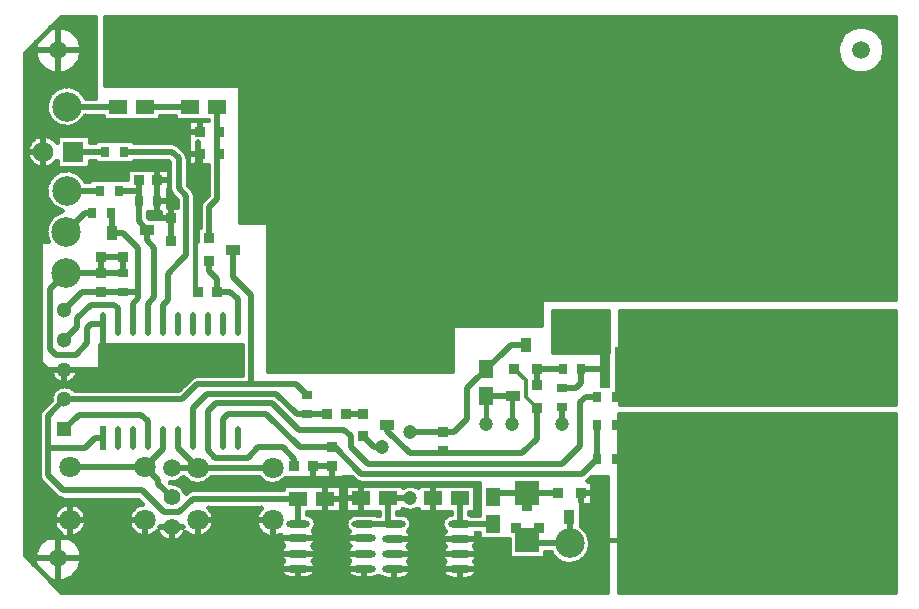
<source format=gtl>
%FSLAX42Y42*%
%MOMM*%
G71*
G01*
G75*
G04 Layer_Physical_Order=1*
%ADD10C,0.45*%
%ADD11O,2.00X1.00*%
%ADD12R,1.50X1.25*%
%ADD13O,0.50X2.00*%
%ADD14R,0.80X0.95*%
%ADD15R,0.90X0.95*%
%ADD16R,0.91X0.91*%
%ADD17R,1.27X0.91*%
%ADD18R,0.91X1.27*%
%ADD19R,0.90X0.90*%
%ADD20R,0.90X1.25*%
%ADD21R,2.00X2.00*%
%ADD22R,0.90X3.20*%
%ADD23R,11.50X9.00*%
%ADD24R,6.35X1.52*%
%ADD25R,1.25X1.50*%
%ADD26R,0.95X0.80*%
%ADD27R,0.95X0.90*%
%ADD28O,2.00X0.60*%
%ADD29R,3.20X1.00*%
%ADD30R,0.50X2.00*%
%ADD31R,8.00X4.00*%
%ADD32C,0.50*%
%ADD33C,0.30*%
%ADD34C,1.20*%
%ADD35C,2.50*%
%ADD36C,1.40*%
%ADD37C,1.50*%
%ADD38C,1.80*%
%ADD39R,22.00X8.00*%
%ADD40R,1.75X1.75*%
%ADD41C,1.75*%
%ADD42R,25.00X8.00*%
%ADD43R,1.30X1.30*%
%ADD44C,1.30*%
D10*
X5867Y1347D02*
G03*
X5812Y1370I-55J-55D01*
G01*
X5867Y1347D02*
G03*
X5812Y1370I-55J-55D01*
G01*
X5947Y1235D02*
G03*
X5925Y1290I-77J0D01*
G01*
X5947Y1235D02*
G03*
X5925Y1290I-77J0D01*
G01*
X6012Y915D02*
G03*
X5990Y970I-77J0D01*
G01*
X6012Y915D02*
G03*
X5990Y970I-77J0D01*
G01*
X6070Y877D02*
G03*
X6047Y823I55J-55D01*
G01*
X6070Y877D02*
G03*
X6047Y823I55J-55D01*
G01*
X5792Y980D02*
G03*
X5815Y925I77J0D01*
G01*
X5792Y980D02*
G03*
X5815Y925I77J0D01*
G01*
X4864Y1840D02*
G03*
X5082Y1595I59J-167D01*
G01*
Y1040D02*
G03*
X4885Y789I-160J-77D01*
G01*
G03*
X4761Y536I35J-174D01*
G01*
X4838Y1372D02*
G03*
X4838Y1213I-115J-80D01*
G01*
X4697Y-904D02*
G03*
X4688Y-943I68J-38D01*
G01*
X4697Y-904D02*
G03*
X4688Y-943I68J-38D01*
G01*
X5053Y2150D02*
G03*
X4783Y2341I-203J0D01*
G01*
X4659Y2217D02*
G03*
X5053Y2150I191J-67D01*
G01*
X5082Y1750D02*
G03*
X5082Y1595I-160J-77D01*
G01*
Y1040D02*
G03*
X4885Y789I-160J-77D01*
G01*
X4838Y1372D02*
G03*
X4838Y1213I-115J-80D01*
G01*
X4885Y789D02*
G03*
X4754Y678I35J-174D01*
G01*
X11850Y2152D02*
G03*
X11850Y2152I-203J0D01*
G01*
X9332Y-1499D02*
G03*
X9340Y-1492I-47J62D01*
G01*
X9332Y-1499D02*
G03*
X9340Y-1492I-47J62D01*
G01*
X8348Y-1783D02*
G03*
X8328Y-1778I-28J-77D01*
G01*
X8172D02*
G03*
X8126Y-1923I7J-82D01*
G01*
X7893Y-1549D02*
G03*
X7768Y-1549I-62J-94D01*
G01*
X7360Y-1492D02*
G03*
X7415Y-1515I55J55D01*
G01*
X7360Y-1492D02*
G03*
X7415Y-1515I55J55D01*
G01*
X7768Y-1736D02*
G03*
X7893Y-1736I62J94D01*
G01*
X7814Y-1923D02*
G03*
X7842Y-1860I-54J62D01*
G01*
G03*
X7760Y-1777I-82J0D01*
G01*
X7547Y-1783D02*
G03*
X7512Y-1775I-34J-75D01*
G01*
X7372D02*
G03*
X7327Y-1789I0J-82D01*
G01*
G03*
X7314Y-1924I31J-71D01*
G01*
X9357Y-2025D02*
G03*
X9277Y-1876I-177J0D01*
G01*
X9020Y-2102D02*
G03*
X9357Y-2025I160J77D01*
G01*
X8402Y-1985D02*
G03*
X8387Y-1938I-82J0D01*
G01*
X8371Y-2050D02*
G03*
X8402Y-1985I-51J65D01*
G01*
Y-2115D02*
G03*
X8371Y-2050I-82J0D01*
G01*
X8374Y-2177D02*
G03*
X8402Y-2115I-54J62D01*
G01*
Y-2240D02*
G03*
X8374Y-2177I-82J0D01*
G01*
X8320Y-2323D02*
G03*
X8402Y-2240I0J82D01*
G01*
X8126Y-1923D02*
G03*
X8129Y-2050I54J-62D01*
G01*
Y-2050D02*
G03*
X8126Y-2177I51J-65D01*
G01*
G03*
X8180Y-2323I54J-62D01*
G01*
X7842Y-1985D02*
G03*
X7814Y-1923I-82J0D01*
G01*
X7811Y-2050D02*
G03*
X7842Y-1985I-51J65D01*
G01*
Y-2115D02*
G03*
X7811Y-2050I-82J0D01*
G01*
X7314Y-1924D02*
G03*
X7322Y-2048I58J-58D01*
G01*
X7814Y-2177D02*
G03*
X7842Y-2115I-54J62D01*
G01*
Y-2240D02*
G03*
X7814Y-2177I-82J0D01*
G01*
X7322Y-2048D02*
G03*
X7319Y-2175I51J-65D01*
G01*
G03*
X7372Y-2320I54J-62D01*
G01*
X7760Y-2323D02*
G03*
X7842Y-2240I0J82D01*
G01*
X7565Y-2301D02*
G03*
X7620Y-2323I55J61D01*
G01*
X7512Y-2320D02*
G03*
X7565Y-2301I0J82D01*
G01*
X6549Y-1467D02*
G03*
X6777Y-1473I116J82D01*
G01*
X7006Y-1920D02*
G03*
X7035Y-1858I-54J62D01*
G01*
G03*
X6960Y-1775I-82J0D01*
G01*
X5914Y-1467D02*
G03*
X6146Y-1467I116J82D01*
G01*
X5992Y-1568D02*
G03*
X5938Y-1590I0J-77D01*
G01*
X5992Y-1568D02*
G03*
X5938Y-1590I0J-77D01*
G01*
X5796Y-1512D02*
G03*
X5907Y-1467I14J127D01*
G01*
X4689D02*
G03*
X4710Y-1505I76J17D01*
G01*
X4689Y-1467D02*
G03*
X4710Y-1505I76J17D01*
G01*
X5928Y-1600D02*
G03*
X5798Y-1513I-118J-35D01*
G01*
X4838Y-1632D02*
G03*
X4892Y-1655I55J55D01*
G01*
X4838Y-1632D02*
G03*
X4892Y-1655I55J55D01*
G01*
X6172Y-1830D02*
G03*
X6124Y-1723I-142J0D01*
G01*
X7035Y-1983D02*
G03*
X7006Y-1920I-82J0D01*
G01*
X7003Y-2048D02*
G03*
X7035Y-1983I-51J65D01*
G01*
X6735Y-1954D02*
G03*
X6762Y-2048I77J-28D01*
G01*
X6571Y-1723D02*
G03*
X6735Y-1954I94J-108D01*
G01*
X5926Y-1928D02*
G03*
X6172Y-1830I104J98D01*
G01*
X7035Y-2112D02*
G03*
X7003Y-2048I-82J0D01*
G01*
X7006Y-2175D02*
G03*
X7035Y-2112I-54J62D01*
G01*
Y-2238D02*
G03*
X7006Y-2175I-82J0D01*
G01*
X6953Y-2320D02*
G03*
X7035Y-2238I0J82D01*
G01*
X6762Y-2048D02*
G03*
X6759Y-2175I51J-65D01*
G01*
G03*
X6812Y-2320I54J-62D01*
G01*
X5692Y-1922D02*
G03*
X5926Y-1928I118J32D01*
G01*
X5558Y-1688D02*
G03*
X5692Y-1922I27J-140D01*
G01*
X4942Y-1970D02*
G03*
X5092Y-1827I8J142D01*
G01*
G03*
X4876Y-1949I-142J0D01*
G01*
G03*
X4659Y-2217I-26J-201D01*
G01*
X5053Y-2150D02*
G03*
X4942Y-1970I-203J0D01*
G01*
X4783Y-2341D02*
G03*
X5053Y-2150I67J191D01*
G01*
X6028Y-600D02*
G03*
X5973Y-623I0J-77D01*
G01*
X6028Y-600D02*
G03*
X5973Y-623I0J-77D01*
G01*
X4785Y-553D02*
G03*
X5020Y-555I117J-3D01*
G01*
X4991Y-728D02*
G03*
X4785Y-813I-88J-77D01*
G01*
X4710Y-888D02*
G03*
X4688Y-943I55J-55D01*
G01*
X4710Y-888D02*
G03*
X4688Y-943I55J-55D01*
G01*
Y-1582D02*
G03*
X4710Y-1637I77J0D01*
G01*
X4688Y-1582D02*
G03*
X4710Y-1637I77J0D01*
G01*
X6028Y-600D02*
G03*
X5982Y-615I0J-77D01*
G01*
X6028Y-600D02*
G03*
X5982Y-615I0J-77D01*
G01*
X6012Y127D02*
X6035Y105D01*
X6012Y127D02*
Y710D01*
X6090Y1557D02*
X6115D01*
X5953Y1557D02*
X6112D01*
X6065Y1557D02*
X6090D01*
X6065D02*
X6090D01*
X5953Y1375D02*
Y1557D01*
Y1357D02*
Y1375D01*
X5715Y1595D02*
X5835D01*
Y1557D02*
X6065D01*
X5835D02*
Y1595D01*
X5715Y1560D02*
X5835D01*
X5920Y1295D02*
Y1557D01*
X5880Y1335D02*
Y1557D01*
X5800Y1370D02*
Y1595D01*
X5840Y1365D02*
Y1557D01*
X5953Y1357D02*
Y1375D01*
X5933Y1280D02*
X5953D01*
Y1175D02*
X6112D01*
X5947Y1160D02*
X6115D01*
X5953Y1175D02*
Y1357D01*
X5947Y1120D02*
X6115D01*
X5851Y1360D02*
X5953D01*
X5495Y1370D02*
X5812D01*
X5895Y1320D02*
X5953D01*
X5867Y1347D02*
X5925Y1290D01*
X5760Y1370D02*
Y1595D01*
X5720Y1370D02*
Y1595D01*
X5715Y1557D02*
Y1595D01*
X5680Y1370D02*
Y1557D01*
X5640Y1370D02*
Y1557D01*
X5780Y1215D02*
X5792Y1203D01*
X5600Y1370D02*
Y1557D01*
X5560Y1370D02*
Y1557D01*
X5485D02*
X5715D01*
X5460D02*
X5485D01*
X5460D02*
X5485D01*
X5480Y1393D02*
Y1557D01*
X5520Y1370D02*
Y1557D01*
X5495Y1215D02*
X5780D01*
X5440Y1393D02*
Y1557D01*
X5495Y1370D02*
Y1393D01*
X5760Y1148D02*
Y1215D01*
X5720Y1148D02*
Y1215D01*
X5680Y1148D02*
Y1215D01*
X5640Y1148D02*
Y1215D01*
X5628Y1148D02*
X5788D01*
X5592D02*
X5628D01*
X5600D02*
Y1215D01*
X5592Y1148D02*
X5628D01*
X5560D02*
Y1215D01*
X5495Y1200D02*
X5792D01*
X5520Y1148D02*
Y1215D01*
X5495Y1193D02*
Y1215D01*
X5480Y1148D02*
Y1193D01*
X5433Y1148D02*
X5592D01*
X5440D02*
Y1193D01*
X6115Y922D02*
Y1175D01*
X5998Y960D02*
X6115D01*
X6000Y957D02*
Y1175D01*
X6012Y920D02*
X6113D01*
X6080Y887D02*
Y1175D01*
X6070Y877D02*
X6115Y922D01*
X6040Y656D02*
Y1175D01*
X5947Y1080D02*
X6115D01*
X5947Y1040D02*
X6115D01*
X5947Y1012D02*
Y1235D01*
X5960Y1000D02*
Y1175D01*
X5960Y1000D02*
X6115D01*
X5947Y1012D02*
X5990Y970D01*
X5815Y925D02*
X5858Y883D01*
X6012Y880D02*
X6073D01*
X6012Y840D02*
X6049D01*
X6047Y656D02*
Y823D01*
X6027Y656D02*
X6047D01*
X6012Y536D02*
Y915D01*
X6027Y536D02*
Y656D01*
X6012Y800D02*
X6047D01*
X6012Y760D02*
X6047D01*
X6012Y720D02*
X6047D01*
X6012Y680D02*
X6047D01*
X6012Y640D02*
X6027D01*
X6012Y600D02*
X6027D01*
X6012Y560D02*
X6027D01*
X6012Y536D02*
X6027D01*
X5792Y980D02*
Y1203D01*
X5788Y948D02*
Y1148D01*
X5783Y948D02*
Y977D01*
X5840Y824D02*
Y900D01*
X5858Y824D02*
Y883D01*
X5800Y824D02*
Y947D01*
X5400Y1062D02*
Y1193D01*
X5433Y1062D02*
Y1148D01*
X5783Y920D02*
X5820D01*
X5783Y880D02*
X5858D01*
X5783Y824D02*
Y948D01*
Y840D02*
X5858D01*
X5783Y824D02*
X5858D01*
X5709Y730D02*
Y778D01*
X5680Y730D02*
Y778D01*
X5640Y730D02*
Y778D01*
X5622D02*
X5709D01*
X5608Y760D02*
X5709D01*
X5608Y778D02*
X5622D01*
X5608D02*
X5622D01*
X5608Y738D02*
X5616Y730D01*
X5709D01*
X5608Y738D02*
Y778D01*
X5230Y1557D02*
X5460D01*
X5400Y1393D02*
Y1557D01*
X5230D02*
Y1595D01*
X5360Y1393D02*
Y1557D01*
X5320Y1393D02*
Y1557D01*
X5280Y1393D02*
Y1557D01*
X5200Y1393D02*
Y1595D01*
X5240Y1393D02*
Y1557D01*
X5082Y1595D02*
X5230D01*
X5013Y1520D02*
X5953D01*
X5060Y1560D02*
X5230D01*
X5160Y1393D02*
Y1595D01*
X5120Y1370D02*
Y1595D01*
X5080Y1432D02*
Y1591D01*
X5040Y1432D02*
Y1539D01*
X5117Y1400D02*
X5953D01*
X5335Y1393D02*
X5495D01*
X5310D02*
X5335D01*
X5310D02*
X5335D01*
X5150D02*
X5310D01*
X5150Y1370D02*
Y1393D01*
X5117Y1370D02*
Y1432D01*
Y1370D02*
X5150D01*
X4565Y1480D02*
X5953D01*
X4565Y1440D02*
X5953D01*
X5000Y1432D02*
Y1513D01*
X4960Y1432D02*
Y1499D01*
X5117Y1215D02*
X5150D01*
X5117Y1200D02*
X5150D01*
X4920Y1432D02*
Y1495D01*
X4838Y1432D02*
X5117D01*
X4840Y1830D02*
Y1840D01*
X4800Y1801D02*
Y1840D01*
X4760Y1744D02*
Y1840D01*
Y1427D02*
Y1601D01*
X4720Y1432D02*
Y1840D01*
X4680Y1426D02*
Y1840D01*
X4640Y1406D02*
Y1840D01*
X4600Y1360D02*
Y1840D01*
X4565D02*
X4864D01*
X4565Y1800D02*
X4799D01*
X4565Y1760D02*
X4768D01*
X4565Y1720D02*
X4751D01*
X4565Y1600D02*
X4760D01*
X4565Y1560D02*
X4785D01*
X4565Y1680D02*
X4745D01*
X4565Y1640D02*
X4748D01*
X4840Y1432D02*
Y1515D01*
X4880Y1432D02*
Y1500D01*
X4800Y1409D02*
Y1544D01*
X4812Y1400D02*
X4838D01*
Y1372D02*
Y1432D01*
X4828Y1200D02*
X4838D01*
X4565Y1520D02*
X4832D01*
X4565Y1400D02*
X4633D01*
X4565Y1360D02*
X4600D01*
X4565Y1320D02*
X4585D01*
X4565Y1240D02*
X4593D01*
X4565Y1200D02*
X4617D01*
X4565Y1280D02*
X4583D01*
X5335Y1193D02*
X5495D01*
X5360Y1062D02*
Y1193D01*
X5310D02*
X5335D01*
X5310D02*
X5335D01*
X5320Y1062D02*
Y1193D01*
X5280Y1062D02*
Y1193D01*
X5240Y1062D02*
Y1193D01*
X5200Y1062D02*
Y1193D01*
X5150D02*
X5310D01*
X5117Y1160D02*
X5792D01*
X5150Y1193D02*
Y1215D01*
X5117Y1152D02*
Y1215D01*
X5160Y1062D02*
Y1193D01*
X4838Y1152D02*
X5117D01*
X5120Y1062D02*
Y1215D01*
X5080Y1044D02*
Y1152D01*
X5056Y1080D02*
X5433D01*
X5297Y1062D02*
X5433D01*
X5040Y1096D02*
Y1152D01*
X5272Y1062D02*
X5297D01*
X5272D02*
X5297D01*
X5112D02*
X5272D01*
X5112Y1040D02*
Y1062D01*
X5082Y1040D02*
X5112D01*
X4960Y1136D02*
Y1152D01*
X5004Y1120D02*
X5433D01*
X4920Y1140D02*
Y1152D01*
X4880Y1135D02*
Y1152D01*
X5000Y1122D02*
Y1152D01*
X4565Y800D02*
X4851D01*
X4838Y1152D02*
Y1213D01*
X4768Y1160D02*
X4838D01*
X4840Y1120D02*
Y1152D01*
X4800Y1091D02*
Y1176D01*
X4760Y1034D02*
Y1158D01*
X4680Y536D02*
Y1159D01*
X4720Y536D02*
Y1153D01*
X4565Y1120D02*
X4841D01*
X4565Y1160D02*
X4677D01*
X4565Y1080D02*
X4789D01*
X4640Y536D02*
Y1179D01*
X4565Y1040D02*
X4763D01*
X4565Y536D02*
Y1840D01*
X4600Y536D02*
Y1225D01*
X4565Y920D02*
X4750D01*
X4565Y880D02*
X4765D01*
X4565Y1000D02*
X4749D01*
X4565Y960D02*
X4745D01*
X4800Y746D02*
Y834D01*
X4840Y773D02*
Y805D01*
X4760Y692D02*
Y891D01*
X4565Y840D02*
X4794D01*
X4565Y760D02*
X4818D01*
X4565Y720D02*
X4777D01*
X4565Y680D02*
X4755D01*
X4565Y640D02*
X4744D01*
X4565Y560D02*
X4751D01*
X4565Y536D02*
X4761D01*
X4565Y600D02*
X4743D01*
X4565Y-480D02*
X4697D01*
X4565Y-520D02*
X4697D01*
X4565Y-560D02*
X4697D01*
X4565Y-600D02*
X4697D01*
X4565Y-640D02*
X4697D01*
X4565Y-680D02*
X4697D01*
X4565Y-720D02*
X4697D01*
X4565Y-760D02*
X4697D01*
Y-904D02*
Y547D01*
X4565Y-800D02*
X4697D01*
X4565Y-840D02*
X4697D01*
X4565Y-880D02*
X4697D01*
X4565Y-920D02*
X4691D01*
X4565Y-960D02*
X4688D01*
X4565Y-1000D02*
X4688D01*
X4565Y-1040D02*
X4688D01*
X4565Y-1080D02*
X4688D01*
X4565Y-1120D02*
X4688D01*
X4565Y-1160D02*
X4688D01*
Y-1223D02*
Y-943D01*
X4680Y-1262D02*
Y547D01*
X4640Y-1262D02*
Y547D01*
X4600Y-1262D02*
Y547D01*
X4565Y-1200D02*
X4688D01*
Y-1262D02*
Y-1223D01*
X4565Y-1240D02*
X4688D01*
X4565Y547D02*
X4697D01*
X4565Y520D02*
X4697D01*
X4565Y480D02*
X4697D01*
X4565Y440D02*
X4697D01*
X4565Y400D02*
X4697D01*
X4565Y360D02*
X4697D01*
X4565Y320D02*
X4697D01*
X4565Y280D02*
X4697D01*
X4565Y240D02*
X4697D01*
X4565Y200D02*
X4697D01*
X4565Y160D02*
X4697D01*
X4565Y120D02*
X4697D01*
X4565Y80D02*
X4697D01*
X4565Y40D02*
X4697D01*
X4565Y-0D02*
X4697D01*
X4565Y-40D02*
X4697D01*
X4565Y-80D02*
X4697D01*
X4565Y-120D02*
X4697D01*
X4565Y-160D02*
X4697D01*
X4565Y-200D02*
X4697D01*
X4565Y-240D02*
X4697D01*
X4565Y-280D02*
X4697D01*
X4565Y-1262D02*
Y547D01*
Y-320D02*
X4697D01*
X4565Y-360D02*
X4697D01*
X4565Y-400D02*
X4697D01*
X4565Y-440D02*
X4697D01*
X4565Y-1262D02*
X4688D01*
X5046Y2200D02*
X5158D01*
X5052Y2160D02*
X5158D01*
X5050Y2120D02*
X5158D01*
X5040Y2080D02*
X5158D01*
Y1750D02*
Y2435D01*
X4877D02*
X5158D01*
X4960Y2320D02*
X5158D01*
X5005Y2280D02*
X5158D01*
X5031Y2240D02*
X5158D01*
X5020Y2040D02*
X5158D01*
X5046Y1800D02*
X5158D01*
X5077Y1760D02*
X5158D01*
X5082Y1750D02*
X5158D01*
X5082Y1595D02*
X5158D01*
X5060Y1560D02*
X5158D01*
X4986Y2000D02*
X5158D01*
X4920Y1960D02*
X5158D01*
X4981Y1840D02*
X5158D01*
X5013Y1520D02*
X5158D01*
X5040Y2220D02*
Y2435D01*
X5000Y2286D02*
Y2435D01*
X4960Y2320D02*
Y2435D01*
X5120Y1750D02*
Y2435D01*
X5080Y1754D02*
Y2435D01*
X4920Y2340D02*
Y2435D01*
X4880Y2350D02*
Y2435D01*
X4840Y2352D02*
Y2398D01*
X5040Y1806D02*
Y2080D01*
X5000Y1832D02*
Y2014D01*
X4960Y1846D02*
Y1980D01*
X5080Y1432D02*
Y1591D01*
X5040Y1432D02*
Y1539D01*
X4920Y1850D02*
Y1960D01*
X4880Y1845D02*
Y1950D01*
X4840Y1830D02*
Y1948D01*
X5158Y1393D02*
Y1595D01*
Y1370D02*
Y1393D01*
X5150Y1370D02*
Y1393D01*
X5158Y1193D02*
Y1215D01*
X5120Y1370D02*
Y1595D01*
X4838Y1432D02*
X5117D01*
Y1400D02*
X5158D01*
X5117Y1370D02*
Y1432D01*
Y1370D02*
X5150D01*
X5117Y1215D02*
X5150D01*
Y1193D02*
Y1215D01*
X5117Y1200D02*
X5150D01*
X5117Y1160D02*
X5158D01*
Y1062D02*
Y1193D01*
X5117Y1152D02*
Y1215D01*
X5004Y1120D02*
X5158D01*
X4838Y1152D02*
X5117D01*
X5056Y1080D02*
X5158D01*
X5112Y1062D02*
X5158D01*
X5000Y1432D02*
Y1513D01*
X4960Y1432D02*
Y1499D01*
X4920Y1432D02*
Y1495D01*
X5120Y1062D02*
Y1215D01*
X5080Y1044D02*
Y1152D01*
X4880Y1432D02*
Y1500D01*
X4840Y1432D02*
Y1515D01*
X4838Y1372D02*
Y1432D01*
Y1152D02*
Y1213D01*
X5040Y1096D02*
Y1152D01*
X5000Y1122D02*
Y1152D01*
X4960Y1136D02*
Y1152D01*
X5112Y1040D02*
Y1062D01*
X5082Y1040D02*
X5112D01*
X4920Y1140D02*
Y1152D01*
X4880Y1135D02*
Y1152D01*
X4840Y1120D02*
Y1152D01*
Y773D02*
Y805D01*
X4842Y2400D02*
X5158D01*
X4802Y2360D02*
X5158D01*
X4800Y2346D02*
Y2358D01*
X4783Y2341D02*
X4877Y2435D01*
X4800Y1801D02*
Y1954D01*
X4565Y1920D02*
X5158D01*
X4565Y1880D02*
X5158D01*
X4565Y1840D02*
X4864D01*
X4565Y1800D02*
X4799D01*
X4812Y1400D02*
X4838D01*
X4800Y1409D02*
Y1544D01*
X4565Y1520D02*
X4832D01*
X4565Y1560D02*
X4785D01*
X4565Y1480D02*
X5158D01*
X4565Y1440D02*
X5158D01*
X4642Y2200D02*
X4654D01*
X4720Y1432D02*
Y1995D01*
X4602Y2160D02*
X4648D01*
X4680Y1426D02*
Y2040D01*
X4640Y1406D02*
Y2198D01*
X4565Y2123D02*
X4659Y2217D01*
X4565Y2080D02*
X4660D01*
X4565Y2120D02*
X4650D01*
X4565Y2000D02*
X4714D01*
X4565Y2040D02*
X4680D01*
X4565Y1960D02*
X4780D01*
X4565Y1760D02*
X4768D01*
X4760Y1744D02*
Y1969D01*
Y1427D02*
Y1601D01*
X4565Y1720D02*
X4751D01*
X4565Y1680D02*
X4745D01*
X4565Y1640D02*
X4748D01*
X4565Y1600D02*
X4760D01*
X4565Y1400D02*
X4633D01*
X4828Y1200D02*
X4838D01*
X4768Y1160D02*
X4838D01*
X4800Y1091D02*
Y1176D01*
X4760Y1034D02*
Y1158D01*
X4565Y1120D02*
X4841D01*
X4565Y1080D02*
X4789D01*
X4565Y1040D02*
X4763D01*
X4565Y920D02*
X4750D01*
X4565Y840D02*
X4794D01*
X4800Y746D02*
Y834D01*
X4565Y880D02*
X4765D01*
X4760Y692D02*
Y891D01*
X4565Y800D02*
X4851D01*
X4565Y760D02*
X4818D01*
X4565Y720D02*
X4777D01*
X4565Y680D02*
X4755D01*
X4600Y1360D02*
Y2158D01*
X4565Y678D02*
Y2123D01*
Y1360D02*
X4600D01*
X4565Y1320D02*
X4585D01*
X4565Y1240D02*
X4593D01*
X4565Y1280D02*
X4583D01*
X4680Y678D02*
Y1159D01*
X4720Y678D02*
Y1153D01*
X4565Y1200D02*
X4617D01*
X4640Y678D02*
Y1179D01*
X4600Y678D02*
Y1225D01*
X4565Y1000D02*
X4749D01*
X4565Y1160D02*
X4677D01*
X4565Y678D02*
X4754D01*
X4565Y960D02*
X4745D01*
X9507Y-303D02*
Y-55D01*
X9480Y-403D02*
Y-55D01*
X9507Y-403D02*
Y-303D01*
X9440Y-403D02*
Y-55D01*
X9400Y-403D02*
Y-55D01*
X9360Y-403D02*
Y-55D01*
X9320Y-403D02*
Y-55D01*
X9280Y-403D02*
Y-55D01*
X9240Y-403D02*
Y-55D01*
X9200Y-403D02*
Y-55D01*
X9160Y-403D02*
Y-55D01*
X9120Y-403D02*
Y-55D01*
X9080Y-403D02*
Y-55D01*
X9035D02*
X9507D01*
X9035Y-80D02*
X9507D01*
X9035Y-120D02*
X9507D01*
X9035Y-160D02*
X9507D01*
X9035Y-200D02*
X9507D01*
X9035Y-240D02*
X9507D01*
X9035Y-280D02*
X9507D01*
X9035Y-320D02*
X9507D01*
X9035Y-360D02*
X9507D01*
X9035Y-400D02*
X9507D01*
X9040Y-403D02*
Y-55D01*
X9035Y-403D02*
Y-55D01*
Y-403D02*
X9507D01*
X8938Y-175D02*
Y222D01*
X8920Y-175D02*
Y222D01*
X8880Y-175D02*
Y222D01*
X8840Y-175D02*
Y222D01*
X8800Y-175D02*
Y222D01*
X8760Y-175D02*
Y222D01*
X8720Y-175D02*
Y222D01*
X8680Y-175D02*
Y222D01*
X8640Y-175D02*
Y222D01*
X8600Y-175D02*
Y222D01*
X8560Y-175D02*
Y222D01*
X8520Y-175D02*
Y222D01*
X8480Y-175D02*
Y222D01*
X8440Y-175D02*
Y222D01*
X8400Y-175D02*
Y222D01*
X8360Y-175D02*
Y222D01*
X8320Y-175D02*
Y222D01*
X8280Y-175D02*
Y222D01*
X8240Y-175D02*
Y222D01*
X7975D02*
X8938D01*
X7975Y200D02*
X8938D01*
X7975Y160D02*
X8938D01*
X7975Y120D02*
X8938D01*
X7975Y80D02*
X8938D01*
X7975Y40D02*
X8938D01*
X7975Y-0D02*
X8938D01*
X7975Y-40D02*
X8938D01*
X7975Y-80D02*
X8938D01*
X7975Y-120D02*
X8938D01*
X8200Y-175D02*
Y222D01*
X8160Y-175D02*
Y222D01*
X8120Y-175D02*
Y222D01*
X7975Y-160D02*
X8938D01*
X7975Y-175D02*
X8938D01*
X8080D02*
Y222D01*
X8040Y-175D02*
Y222D01*
X8000Y-175D02*
Y222D01*
X7975Y-175D02*
Y222D01*
X8185Y-568D02*
Y120D01*
X8160Y-568D02*
Y120D01*
X8120Y-568D02*
Y120D01*
X8080Y-568D02*
Y120D01*
X8040Y-568D02*
Y120D01*
X8000Y-568D02*
Y120D01*
X7960Y-568D02*
Y120D01*
X7920Y-568D02*
Y120D01*
X7880Y-568D02*
Y120D01*
X7840Y-568D02*
Y120D01*
X7800Y-568D02*
Y120D01*
X7760Y-568D02*
Y120D01*
X7720Y-568D02*
Y120D01*
X7680Y-568D02*
Y120D01*
X7640Y-568D02*
Y120D01*
X7600Y-568D02*
Y120D01*
X7560Y-568D02*
Y120D01*
X7520Y-568D02*
Y120D01*
X7480Y-568D02*
Y120D01*
X7440Y-568D02*
Y120D01*
X7400Y-568D02*
Y120D01*
X7360Y-568D02*
Y120D01*
X7320Y-568D02*
Y120D01*
X7280Y-568D02*
Y120D01*
X7240Y-568D02*
Y120D01*
X7200Y-568D02*
Y120D01*
X7160Y-568D02*
Y120D01*
X7120Y-568D02*
Y120D01*
X7080Y-568D02*
Y120D01*
X7040Y-568D02*
Y120D01*
X6622D02*
X8185D01*
X6622Y80D02*
X8185D01*
X6622Y40D02*
X8185D01*
X6622Y-0D02*
X8185D01*
X6622Y-40D02*
X8185D01*
X6622Y-80D02*
X8185D01*
X6622Y-120D02*
X8185D01*
X6622Y-160D02*
X8185D01*
X6622Y-200D02*
X8185D01*
X6622Y-240D02*
X8185D01*
X6622Y-280D02*
X8185D01*
X6622Y-320D02*
X8185D01*
X6622Y-360D02*
X8185D01*
X6622Y-400D02*
X8185D01*
X6622Y-440D02*
X8185D01*
X7000Y-568D02*
Y120D01*
X6960Y-568D02*
Y120D01*
X6920Y-568D02*
Y120D01*
X6880Y-568D02*
Y120D01*
X6622Y-480D02*
X8185D01*
X6622Y-520D02*
X8185D01*
X6622Y-560D02*
X8185D01*
X6622Y-568D02*
X8185D01*
X6840D02*
Y120D01*
X6800Y-568D02*
Y120D01*
X6760Y-568D02*
Y120D01*
X6720Y-568D02*
Y120D01*
X6680Y-568D02*
Y120D01*
X6640Y-568D02*
Y120D01*
X6622Y-568D02*
Y120D01*
X6392Y1160D02*
X6785D01*
X6392Y1120D02*
X6785D01*
X6392Y1080D02*
X6785D01*
X6392Y1040D02*
X6785D01*
X6392Y1000D02*
X6785D01*
X6392Y960D02*
X6785D01*
X6392Y920D02*
X6785D01*
X6392Y880D02*
X6785D01*
X6392Y840D02*
X6785D01*
X6392Y800D02*
X6785D01*
X6392Y760D02*
X6785D01*
X6392Y720D02*
X6785D01*
Y693D02*
Y1975D01*
X6760Y693D02*
Y1975D01*
X6720Y693D02*
Y1975D01*
X6680Y693D02*
Y1975D01*
X6640Y693D02*
Y1975D01*
X6600Y693D02*
Y1975D01*
X6560Y693D02*
Y1975D01*
X6520Y693D02*
Y1975D01*
X6480Y693D02*
Y1975D01*
X6440Y693D02*
Y1975D01*
X6400Y693D02*
Y1975D01*
X6392D02*
X6785D01*
X6392Y1960D02*
X6785D01*
X6392Y1920D02*
X6785D01*
X6392Y1880D02*
X6785D01*
X6392Y1840D02*
X6785D01*
X6392Y1800D02*
X6785D01*
X6392Y1760D02*
X6785D01*
X6392Y1720D02*
X6785D01*
X6392Y1680D02*
X6785D01*
X6392Y1640D02*
X6785D01*
X6392Y1600D02*
X6785D01*
X6392Y1560D02*
X6785D01*
X6392Y1520D02*
X6785D01*
X6392Y1480D02*
X6785D01*
X6392Y1440D02*
X6785D01*
X6392Y1400D02*
X6785D01*
X6392Y1360D02*
X6785D01*
X6392Y1320D02*
X6785D01*
X6392Y1280D02*
X6785D01*
X6392Y693D02*
Y1975D01*
Y1240D02*
X6785D01*
X6392Y1200D02*
X6785D01*
X6392Y693D02*
X6785D01*
X11805Y2280D02*
X11935D01*
X11830Y2240D02*
X11935D01*
X11840Y2215D02*
Y2435D01*
X11800Y2286D02*
Y2435D01*
X11935Y40D02*
Y2435D01*
X11920Y40D02*
Y2435D01*
X11880Y40D02*
Y2435D01*
X11720Y2342D02*
Y2435D01*
X11680Y2352D02*
Y2435D01*
X11640Y2355D02*
Y2435D01*
X11600Y2349D02*
Y2435D01*
X11761Y2320D02*
X11935D01*
X11760Y2321D02*
Y2435D01*
X11844Y2200D02*
X11935D01*
X11850Y2160D02*
X11935D01*
X11847Y2120D02*
X11935D01*
X11837Y2080D02*
X11935D01*
X11840Y40D02*
Y2090D01*
X11816Y2040D02*
X11935D01*
X11800Y40D02*
Y2019D01*
X11781Y2000D02*
X11935D01*
X11710Y1960D02*
X11935D01*
X11760Y40D02*
Y1984D01*
X11720Y40D02*
Y1963D01*
X11680Y40D02*
Y1953D01*
X11640Y40D02*
Y1950D01*
X11600Y40D02*
Y1956D01*
X11560Y2335D02*
Y2435D01*
X11520Y2310D02*
Y2435D01*
X11480Y2266D02*
Y2435D01*
X11440Y40D02*
Y2435D01*
X11400Y40D02*
Y2435D01*
X11360Y40D02*
Y2435D01*
X11320Y40D02*
Y2435D01*
X11280Y40D02*
Y2435D01*
X11240Y40D02*
Y2435D01*
X11200Y40D02*
Y2435D01*
X11160Y40D02*
Y2435D01*
X11120Y40D02*
Y2435D01*
X11080Y40D02*
Y2435D01*
X11040Y40D02*
Y2435D01*
X11520Y40D02*
Y1995D01*
X11560Y40D02*
Y1970D01*
X11000Y40D02*
Y2435D01*
X11480Y40D02*
Y2039D01*
X10960Y40D02*
Y2435D01*
X10920Y40D02*
Y2435D01*
X10880Y40D02*
Y2435D01*
X10840Y40D02*
Y2435D01*
X10800Y40D02*
Y2435D01*
X10760Y40D02*
Y2435D01*
X10720Y40D02*
Y2435D01*
X10680Y40D02*
Y2435D01*
X10640Y40D02*
Y2435D01*
X10600Y40D02*
Y2435D01*
X10560Y40D02*
Y2435D01*
X10520Y40D02*
Y2435D01*
X10480Y40D02*
Y2435D01*
X10440Y40D02*
Y2435D01*
X10400Y40D02*
Y2435D01*
X10360Y40D02*
Y2435D01*
X10320Y40D02*
Y2435D01*
X10280Y40D02*
Y2435D01*
X10240Y40D02*
Y2435D01*
X10200Y40D02*
Y2435D01*
X10160Y40D02*
Y2435D01*
X10120Y40D02*
Y2435D01*
X10080Y40D02*
Y2435D01*
X10040Y40D02*
Y2435D01*
X10000Y40D02*
Y2435D01*
X9960Y40D02*
Y2435D01*
X9920Y40D02*
Y2435D01*
X9880Y40D02*
Y2435D01*
X9840Y40D02*
Y2435D01*
X9800Y40D02*
Y2435D01*
X9760Y40D02*
Y2435D01*
X9720Y40D02*
Y2435D01*
X9680Y40D02*
Y2435D01*
X9640Y40D02*
Y2435D01*
X9600Y40D02*
Y2435D01*
X9560Y40D02*
Y2435D01*
X9520Y40D02*
Y2435D01*
X9480Y40D02*
Y2435D01*
X9440Y40D02*
Y2435D01*
X9400Y40D02*
Y2435D01*
X9360Y40D02*
Y2435D01*
X9320Y40D02*
Y2435D01*
X9280Y40D02*
Y2435D01*
X9240Y40D02*
Y2435D01*
X9200Y40D02*
Y2435D01*
X9160Y40D02*
Y2435D01*
X9120Y40D02*
Y2435D01*
X9080Y40D02*
Y2435D01*
X9040Y40D02*
Y2435D01*
X9000Y40D02*
Y2435D01*
X8960Y40D02*
Y2435D01*
X8920Y40D02*
Y2435D01*
X8880Y40D02*
Y2435D01*
X8840Y40D02*
Y2435D01*
X8800Y40D02*
Y2435D01*
X8760Y40D02*
Y2435D01*
X8720Y40D02*
Y2435D01*
X8680Y40D02*
Y2435D01*
X8640Y40D02*
Y2435D01*
X8600Y40D02*
Y2435D01*
X8560Y40D02*
Y2435D01*
X8520Y40D02*
Y2435D01*
X8480Y40D02*
Y2435D01*
X6622D02*
X11935D01*
X6622Y2400D02*
X11935D01*
X6622Y2360D02*
X11935D01*
X6622Y1920D02*
X11935D01*
X6622Y1880D02*
X11935D01*
X6622Y1840D02*
X11935D01*
X6622Y1800D02*
X11935D01*
X6622Y1760D02*
X11935D01*
X6622Y1720D02*
X11935D01*
X6622Y1680D02*
X11935D01*
X6622Y1640D02*
X11935D01*
X6622Y1600D02*
X11935D01*
X6622Y1560D02*
X11935D01*
X6622Y1520D02*
X11935D01*
X6622Y1480D02*
X11935D01*
X6622Y1440D02*
X11935D01*
X6622Y1400D02*
X11935D01*
X6622Y1360D02*
X11935D01*
X6622Y1320D02*
X11935D01*
X6622Y1280D02*
X11935D01*
X6622Y1240D02*
X11935D01*
X6622Y1200D02*
X11935D01*
X6622Y1160D02*
X11935D01*
X6622Y1120D02*
X11935D01*
X6622Y1080D02*
X11935D01*
X6622Y1040D02*
X11935D01*
X6622Y1000D02*
X11935D01*
X6622Y2320D02*
X11534D01*
X6622Y2280D02*
X11490D01*
X6622Y2240D02*
X11465D01*
X6622Y2200D02*
X11451D01*
X6622Y2160D02*
X11445D01*
X6622Y2080D02*
X11458D01*
X6622Y2120D02*
X11448D01*
X6622Y1960D02*
X11585D01*
X6622Y960D02*
X11935D01*
X6622Y2040D02*
X11479D01*
X6622Y2000D02*
X11514D01*
X6622Y920D02*
X11935D01*
X6622Y880D02*
X11935D01*
X6622Y840D02*
X11935D01*
X6622Y800D02*
X11935D01*
X6622Y760D02*
X11935D01*
X6622Y720D02*
X11935D01*
X6622Y680D02*
X11935D01*
X6622Y640D02*
X11935D01*
X6622Y600D02*
X11935D01*
X6622Y560D02*
X11935D01*
X6622Y520D02*
X11935D01*
X6622Y480D02*
X11935D01*
X6622Y440D02*
X11935D01*
X6622Y400D02*
X11935D01*
X6622Y360D02*
X11935D01*
X6622Y320D02*
X11935D01*
X8440Y40D02*
Y2435D01*
X8400Y40D02*
Y2435D01*
X8360Y40D02*
Y2435D01*
X8320Y40D02*
Y2435D01*
X8280Y40D02*
Y2435D01*
X8240Y40D02*
Y2435D01*
X8200Y40D02*
Y2435D01*
X8160Y40D02*
Y2435D01*
X8120Y40D02*
Y2435D01*
X8080Y40D02*
Y2435D01*
X8040Y40D02*
Y2435D01*
X8000Y40D02*
Y2435D01*
X7960Y40D02*
Y2435D01*
X7920Y40D02*
Y2435D01*
X7880Y40D02*
Y2435D01*
X6622Y280D02*
X11935D01*
X7840Y40D02*
Y2435D01*
X7800Y40D02*
Y2435D01*
X7760Y40D02*
Y2435D01*
X7720Y40D02*
Y2435D01*
X7680Y40D02*
Y2435D01*
X6622Y240D02*
X11935D01*
X6622Y200D02*
X11935D01*
X6622Y160D02*
X11935D01*
X6622Y120D02*
X11935D01*
X6622Y80D02*
X11935D01*
X6622Y40D02*
X11935D01*
X7640D02*
Y2435D01*
X7600Y40D02*
Y2435D01*
X7560Y40D02*
Y2435D01*
X7520Y40D02*
Y2435D01*
X7480Y40D02*
Y2435D01*
X7440Y40D02*
Y2435D01*
X7400Y40D02*
Y2435D01*
X7360Y40D02*
Y2435D01*
X7320Y40D02*
Y2435D01*
X7280Y40D02*
Y2435D01*
X7240Y40D02*
Y2435D01*
X7200Y40D02*
Y2435D01*
X7160Y40D02*
Y2435D01*
X7120Y40D02*
Y2435D01*
X7080Y40D02*
Y2435D01*
X7040Y40D02*
Y2435D01*
X7000Y40D02*
Y2435D01*
X6960Y40D02*
Y2435D01*
X6920Y40D02*
Y2435D01*
X6880Y40D02*
Y2435D01*
X6840Y40D02*
Y2435D01*
X6800Y40D02*
Y2435D01*
X6760Y40D02*
Y2435D01*
X6720Y40D02*
Y2435D01*
X6680Y40D02*
Y2435D01*
X6640Y40D02*
Y2435D01*
X6622Y40D02*
Y2435D01*
X6760Y1860D02*
Y2435D01*
X6720Y1860D02*
Y2435D01*
X6680Y1860D02*
Y2435D01*
X6640Y1860D02*
Y2435D01*
X6600Y1860D02*
Y2435D01*
X6560Y1860D02*
Y2435D01*
X6520Y1860D02*
Y2435D01*
X6480Y1860D02*
Y2435D01*
X6440Y1860D02*
Y2435D01*
X6400Y1860D02*
Y2435D01*
X6360Y1860D02*
Y2435D01*
X6320Y1860D02*
Y2435D01*
X6280Y1860D02*
Y2435D01*
X6240Y1860D02*
Y2435D01*
X6200Y1860D02*
Y2435D01*
X6160Y1860D02*
Y2435D01*
X6120Y1860D02*
Y2435D01*
X6080Y1860D02*
Y2435D01*
X6040Y1860D02*
Y2435D01*
X6000Y1860D02*
Y2435D01*
X5960Y1860D02*
Y2435D01*
X5920Y1860D02*
Y2435D01*
X5880Y1860D02*
Y2435D01*
X5840Y1860D02*
Y2435D01*
X5800Y1860D02*
Y2435D01*
X5760Y1860D02*
Y2435D01*
X5720Y1860D02*
Y2435D01*
X5680Y1860D02*
Y2435D01*
X5247D02*
X6760D01*
X5247Y2400D02*
X6760D01*
X5247Y2360D02*
X6760D01*
X5247Y2320D02*
X6760D01*
X5247Y2280D02*
X6760D01*
X5247Y2240D02*
X6760D01*
X5247Y2200D02*
X6760D01*
X5247Y2160D02*
X6760D01*
X5247Y2120D02*
X6760D01*
X5247Y2080D02*
X6760D01*
X5247Y2040D02*
X6760D01*
X5247Y2000D02*
X6760D01*
X5247Y1960D02*
X6760D01*
X5247Y1920D02*
X6760D01*
X5640Y1860D02*
Y2435D01*
X5600Y1860D02*
Y2435D01*
X5560Y1860D02*
Y2435D01*
X5520Y1860D02*
Y2435D01*
X5247Y1880D02*
X6760D01*
X5480Y1860D02*
Y2435D01*
X5247Y1860D02*
X6760D01*
X5440D02*
Y2435D01*
X5400Y1860D02*
Y2435D01*
X5360Y1860D02*
Y2435D01*
X5320Y1860D02*
Y2435D01*
X5280Y1860D02*
Y2435D01*
X5247Y1860D02*
Y2435D01*
X11935Y-845D02*
Y-55D01*
X11920Y-845D02*
Y-55D01*
X11880Y-845D02*
Y-55D01*
X11840Y-845D02*
Y-55D01*
X11800Y-845D02*
Y-55D01*
X11760Y-845D02*
Y-55D01*
X11720Y-845D02*
Y-55D01*
X11680Y-845D02*
Y-55D01*
X11640Y-845D02*
Y-55D01*
X11600Y-845D02*
Y-55D01*
X11560Y-845D02*
Y-55D01*
X11520Y-845D02*
Y-55D01*
X11480Y-845D02*
Y-55D01*
X11440Y-845D02*
Y-55D01*
X11400Y-845D02*
Y-55D01*
X11360Y-845D02*
Y-55D01*
X11320Y-845D02*
Y-55D01*
X11280Y-845D02*
Y-55D01*
X11240Y-845D02*
Y-55D01*
X11200Y-845D02*
Y-55D01*
X11160Y-845D02*
Y-55D01*
X11120Y-845D02*
Y-55D01*
X11080Y-845D02*
Y-55D01*
X11040Y-845D02*
Y-55D01*
X11000Y-845D02*
Y-55D01*
X10960Y-845D02*
Y-55D01*
X10920Y-845D02*
Y-55D01*
X10880Y-845D02*
Y-55D01*
X10840Y-845D02*
Y-55D01*
X10800Y-845D02*
Y-55D01*
X10760Y-845D02*
Y-55D01*
X10720Y-845D02*
Y-55D01*
X10680Y-845D02*
Y-55D01*
X10640Y-845D02*
Y-55D01*
X10600Y-845D02*
Y-55D01*
X10560Y-845D02*
Y-55D01*
X10520Y-845D02*
Y-55D01*
X10480Y-845D02*
Y-55D01*
X10440Y-845D02*
Y-55D01*
X10400Y-845D02*
Y-55D01*
X10360Y-845D02*
Y-55D01*
X9603D02*
X11935D01*
X9603Y-80D02*
X11935D01*
X9603Y-120D02*
X11935D01*
X9603Y-160D02*
X11935D01*
X9603Y-200D02*
X11935D01*
X9603Y-240D02*
X11935D01*
X9603Y-280D02*
X11935D01*
X9603Y-320D02*
X11935D01*
X9603Y-360D02*
X11935D01*
X9603Y-400D02*
X11935D01*
X9603Y-440D02*
X11935D01*
X9603Y-480D02*
X11935D01*
X9603Y-520D02*
X11935D01*
X10320Y-845D02*
Y-55D01*
X9603Y-560D02*
X11935D01*
X9603Y-600D02*
X11935D01*
X9603Y-640D02*
X11935D01*
X9603Y-680D02*
X11935D01*
X9603Y-720D02*
X11935D01*
X9603Y-760D02*
X11935D01*
X9603Y-800D02*
X11935D01*
X10280Y-845D02*
Y-55D01*
X10240Y-845D02*
Y-55D01*
X10200Y-845D02*
Y-55D01*
X10160Y-845D02*
Y-55D01*
X10120Y-845D02*
Y-55D01*
X10080Y-845D02*
Y-55D01*
X10040Y-845D02*
Y-55D01*
X10000Y-845D02*
Y-55D01*
X9603Y-840D02*
X11935D01*
X9603Y-845D02*
X11935D01*
X9960D02*
Y-55D01*
X9920Y-845D02*
Y-55D01*
X9880Y-845D02*
Y-55D01*
X9840Y-845D02*
Y-55D01*
X9800Y-845D02*
Y-55D01*
X9760Y-845D02*
Y-55D01*
X9720Y-845D02*
Y-55D01*
X9680Y-845D02*
Y-55D01*
X9640Y-845D02*
Y-55D01*
X9603Y-845D02*
Y-55D01*
X8695Y-1018D02*
Y-780D01*
X8475Y-1018D02*
Y-778D01*
X4642Y2200D02*
X4783Y2341D01*
X4815Y-2373D02*
X4840D01*
X4659Y-2217D02*
X4815Y-2373D01*
X11935Y-2435D02*
Y-927D01*
X11920Y-2435D02*
Y-927D01*
X11880Y-2435D02*
Y-927D01*
X11840Y-2435D02*
Y-927D01*
X11800Y-2435D02*
Y-927D01*
X11760Y-2435D02*
Y-927D01*
X11720Y-2435D02*
Y-927D01*
X11680Y-2435D02*
Y-927D01*
X11640Y-2435D02*
Y-927D01*
X11600Y-2435D02*
Y-927D01*
X11560Y-2435D02*
Y-927D01*
X11520Y-2435D02*
Y-927D01*
X11480Y-2435D02*
Y-927D01*
X11440Y-2435D02*
Y-927D01*
X11400Y-2435D02*
Y-927D01*
X11360Y-2435D02*
Y-927D01*
X11320Y-2435D02*
Y-927D01*
X11280Y-2435D02*
Y-927D01*
X11240Y-2435D02*
Y-927D01*
X11200Y-2435D02*
Y-927D01*
X11160Y-2435D02*
Y-927D01*
X11120Y-2435D02*
Y-927D01*
X11080Y-2435D02*
Y-927D01*
X11040Y-2435D02*
Y-927D01*
X11000Y-2435D02*
Y-927D01*
X10960Y-2435D02*
Y-927D01*
X10920Y-2435D02*
Y-927D01*
X10880Y-2435D02*
Y-927D01*
X10840Y-2435D02*
Y-927D01*
X10800Y-2435D02*
Y-927D01*
X10760Y-2435D02*
Y-927D01*
X10720Y-2435D02*
Y-927D01*
X10680Y-2435D02*
Y-927D01*
X10640Y-2435D02*
Y-927D01*
X10600Y-2435D02*
Y-927D01*
X10560Y-2435D02*
Y-927D01*
X10520Y-2435D02*
Y-927D01*
X10480Y-2435D02*
Y-927D01*
X10440Y-2435D02*
Y-927D01*
X10400Y-2435D02*
Y-927D01*
X10360Y-2435D02*
Y-927D01*
X10320Y-2435D02*
Y-927D01*
X10280Y-2435D02*
Y-927D01*
X10240Y-2435D02*
Y-927D01*
X10200Y-2435D02*
Y-927D01*
X10160Y-2435D02*
Y-927D01*
X10120Y-2435D02*
Y-927D01*
X10080Y-2435D02*
Y-927D01*
X10040Y-2435D02*
Y-927D01*
X10000Y-2435D02*
Y-927D01*
X9597D02*
X11935D01*
X9597Y-960D02*
X11935D01*
X9597Y-1000D02*
X11935D01*
X9597Y-1040D02*
X11935D01*
X9597Y-1080D02*
X11935D01*
X9597Y-1120D02*
X11935D01*
X9597Y-1160D02*
X11935D01*
X9597Y-1200D02*
X11935D01*
X9597Y-1240D02*
X11935D01*
X9597Y-1280D02*
X11935D01*
X9597Y-1320D02*
X11935D01*
X9597Y-1360D02*
X11935D01*
X9597Y-1400D02*
X11935D01*
X9597Y-1440D02*
X11935D01*
X9597Y-1480D02*
X11935D01*
X9597Y-1520D02*
X11935D01*
X9597Y-1560D02*
X11935D01*
X9597Y-1600D02*
X11935D01*
X9597Y-1640D02*
X11935D01*
X9597Y-1680D02*
X11935D01*
X9597Y-1720D02*
X11935D01*
X9597Y-1760D02*
X11935D01*
X9597Y-1800D02*
X11935D01*
X9597Y-1840D02*
X11935D01*
X9597Y-1880D02*
X11935D01*
X9597Y-1920D02*
X11935D01*
X9597Y-1960D02*
X11935D01*
X9597Y-2000D02*
X11935D01*
X9597Y-2040D02*
X11935D01*
X9597Y-2080D02*
X11935D01*
X9597Y-2120D02*
X11935D01*
X9597Y-2160D02*
X11935D01*
X9597Y-2200D02*
X11935D01*
X9597Y-2240D02*
X11935D01*
X9597Y-2280D02*
X11935D01*
X9597Y-2320D02*
X11935D01*
X9597Y-2360D02*
X11935D01*
X9597Y-2400D02*
X11935D01*
X9960Y-2435D02*
Y-927D01*
X9920Y-2435D02*
Y-927D01*
X9880Y-2435D02*
Y-927D01*
X9840Y-2435D02*
Y-927D01*
X9800Y-2435D02*
Y-927D01*
X9760Y-2435D02*
Y-927D01*
X9720Y-2435D02*
Y-927D01*
X9680Y-2435D02*
Y-927D01*
X9640Y-2435D02*
Y-927D01*
X9600Y-2435D02*
Y-927D01*
X9597Y-2435D02*
Y-927D01*
Y-2435D02*
X11935D01*
X4973Y-2000D02*
X5015D01*
X4725Y-1970D02*
X4943D01*
X4973Y-2000D01*
X9365Y-1467D02*
X9497D01*
X9352Y-1480D02*
X9497D01*
X9332Y-1499D02*
X9373D01*
Y-1520D02*
X9497D01*
X9373Y-1560D02*
X9497D01*
X9360Y-1499D02*
Y-1472D01*
X9340Y-1492D02*
X9365Y-1467D01*
X9373Y-1600D02*
X9497D01*
X9373Y-1696D02*
Y-1499D01*
Y-1640D02*
X9497D01*
X9373Y-1680D02*
X9497D01*
X9277Y-1696D02*
X9373D01*
X8412Y-1733D02*
Y-1515D01*
X8400Y-1783D02*
Y-1515D01*
X8360Y-1527D02*
Y-1515D01*
X8320Y-1527D02*
Y-1515D01*
X7415D02*
X8412D01*
X8280Y-1527D02*
Y-1515D01*
X8147Y-1527D02*
X8378D01*
X8240D02*
Y-1515D01*
X8200Y-1527D02*
Y-1515D01*
X8160Y-1527D02*
Y-1515D01*
X8120Y-1527D02*
Y-1515D01*
X8378Y-1560D02*
X8412D01*
X8378Y-1600D02*
X8412D01*
X8378Y-1640D02*
X8412D01*
X8378Y-1680D02*
X8412D01*
X8378Y-1758D02*
Y-1527D01*
X8122D02*
X8147D01*
X8122D02*
X8147D01*
X7893D02*
X8122D01*
X9277Y-1720D02*
X9497D01*
X8412Y-1758D02*
Y-1733D01*
X8378Y-1720D02*
X8412D01*
X9277Y-1760D02*
X9497D01*
X9277Y-1800D02*
X9497D01*
X8412Y-1758D02*
Y-1733D01*
Y-1783D02*
Y-1758D01*
X8360Y-1783D02*
Y-1758D01*
X8348Y-1783D02*
X8412D01*
X9282Y-1880D02*
X9497D01*
X9320Y-1916D02*
Y-1696D01*
X9277Y-1840D02*
X9497D01*
X9345Y-1960D02*
X9497D01*
X9323Y-1920D02*
X9497D01*
X9280Y-1878D02*
Y-1696D01*
X9277Y-1876D02*
Y-1696D01*
X8399Y-1960D02*
X8412D01*
X8387Y-1938D02*
X8412D01*
X8328Y-1758D02*
X8378D01*
X8328Y-1778D02*
Y-1758D01*
X8147D02*
X8172D01*
X8328Y-1760D02*
X8412D01*
X7718D02*
X8172D01*
Y-1778D02*
Y-1758D01*
X8122D02*
X8147D01*
X8122D02*
X8147D01*
X7893D02*
X8122D01*
X8160Y-1780D02*
Y-1758D01*
X7817Y-1800D02*
X8123D01*
X8120Y-1803D02*
Y-1758D01*
X7840Y-1840D02*
X8100D01*
X8120Y-1928D02*
Y-1917D01*
X7817Y-1920D02*
X8123D01*
X8080Y-1527D02*
Y-1515D01*
X8040Y-1527D02*
Y-1515D01*
X8000Y-1527D02*
Y-1515D01*
X7960Y-1527D02*
Y-1515D01*
X7920Y-1527D02*
Y-1515D01*
X7760Y-1527D02*
Y-1515D01*
X7720Y-1527D02*
Y-1515D01*
X7680Y-1527D02*
Y-1515D01*
X7640Y-1527D02*
Y-1515D01*
X7880Y-1542D02*
Y-1515D01*
X7893Y-1549D02*
Y-1527D01*
X7840Y-1530D02*
Y-1515D01*
X7800Y-1534D02*
Y-1515D01*
X7768Y-1549D02*
Y-1527D01*
X7600D02*
Y-1515D01*
X7560Y-1527D02*
Y-1515D01*
X7538Y-1527D02*
X7768D01*
X7520D02*
Y-1515D01*
X7512Y-1527D02*
X7538D01*
X7512D02*
X7538D01*
X7335Y-1467D02*
X7360Y-1492D01*
X7265Y-1467D02*
X7335D01*
X7480Y-1527D02*
Y-1515D01*
X7440Y-1527D02*
Y-1515D01*
X7282Y-1527D02*
X7512D01*
X7360D02*
Y-1492D01*
X7320Y-1527D02*
Y-1467D01*
X7400Y-1527D02*
Y-1514D01*
X7282Y-1758D02*
Y-1527D01*
X7893Y-1758D02*
Y-1736D01*
X7768Y-1758D02*
Y-1736D01*
X7760Y-1777D02*
Y-1758D01*
X7718D02*
X7768D01*
X7720Y-1777D02*
Y-1758D01*
X7718Y-1777D02*
Y-1758D01*
Y-1777D02*
X7760D01*
X7538Y-1758D02*
X7562D01*
X7840Y-1840D02*
Y-1755D01*
X7840Y-1880D02*
X8100D01*
X7839Y-1960D02*
X8101D01*
X7800Y-1788D02*
Y-1751D01*
X7560Y-1783D02*
Y-1758D01*
X7562Y-1783D02*
Y-1758D01*
X7547Y-1783D02*
X7562D01*
X7512Y-1758D02*
X7538D01*
X7520Y-1775D02*
Y-1758D01*
X7512D02*
X7538D01*
X7480Y-1775D02*
Y-1758D01*
X7282D02*
X7512D01*
X7240Y-1680D02*
X7282D01*
X7240Y-1720D02*
X7282D01*
X7440Y-1775D02*
Y-1758D01*
X7400Y-1775D02*
Y-1758D01*
X7372Y-1775D02*
X7512D01*
X7360Y-1776D02*
Y-1758D01*
X7320Y-1792D02*
Y-1758D01*
X9356Y-2000D02*
X9497D01*
X9357Y-2040D02*
X9497D01*
X9349Y-2080D02*
X9497D01*
X8975Y-2102D02*
X9020D01*
X8670Y-2150D02*
Y-1990D01*
X8630D02*
X8670D01*
X8975Y-2150D02*
Y-2102D01*
X8630Y-1988D02*
X8643D01*
X9497Y-2435D02*
Y-1467D01*
X9480Y-2435D02*
Y-1467D01*
X9440Y-2435D02*
Y-1467D01*
X9400Y-2435D02*
Y-1467D01*
X9360Y-2435D02*
Y-1696D01*
X8640Y-2435D02*
Y-1990D01*
X9000Y-2435D02*
Y-2102D01*
X8600Y-2435D02*
Y-1988D01*
X8412D02*
Y-1938D01*
Y-1988D02*
X8630D01*
X8401Y-2000D02*
X8670D01*
X8395Y-2080D02*
X8670D01*
X8381Y-2040D02*
X8670D01*
X8400Y-1965D02*
Y-1938D01*
X8560Y-2435D02*
Y-1988D01*
X8520Y-2435D02*
Y-1988D01*
X8480Y-2435D02*
Y-1988D01*
X8440Y-2435D02*
Y-1988D01*
X8400Y-2095D02*
Y-2005D01*
X9330Y-2120D02*
X9497D01*
X9320Y-2435D02*
Y-2134D01*
X9295Y-2160D02*
X9497D01*
X9280Y-2435D02*
Y-2172D01*
X9210Y-2200D02*
X9497D01*
X9240Y-2435D02*
Y-2192D01*
X8975Y-2120D02*
X9030D01*
X9200Y-2435D02*
Y-2201D01*
X9160Y-2435D02*
Y-2201D01*
X9040Y-2435D02*
Y-2134D01*
X8960Y-2435D02*
Y-2150D01*
X8920Y-2435D02*
Y-2150D01*
X9120Y-2435D02*
Y-2192D01*
X9080Y-2435D02*
Y-2172D01*
X8880Y-2435D02*
Y-2150D01*
X8840Y-2435D02*
Y-2150D01*
X8800Y-2435D02*
Y-2150D01*
X8760Y-2435D02*
Y-2150D01*
X8670D02*
X8975D01*
X8392Y-2200D02*
X9150D01*
X8389Y-2160D02*
X9065D01*
X8402Y-2240D02*
X9497D01*
X8392Y-2280D02*
X9497D01*
X8402Y-2120D02*
X8670D01*
X8400Y-2220D02*
Y-2135D01*
X8720Y-2435D02*
Y-2150D01*
X8680Y-2435D02*
Y-2150D01*
X8340Y-2320D02*
X9497D01*
X8400Y-2435D02*
Y-2260D01*
X8360Y-2435D02*
Y-2312D01*
X8320Y-2435D02*
Y-2323D01*
X8180D02*
X8320D01*
X8120Y-2058D02*
Y-2042D01*
X7835Y-2080D02*
X8105D01*
X7840Y-1965D02*
Y-1880D01*
X7841Y-2000D02*
X8099D01*
X7842Y-2120D02*
X8098D01*
X7840Y-2095D02*
Y-2005D01*
X8080Y-2435D02*
Y-1758D01*
X8040Y-2435D02*
Y-1758D01*
X8120Y-2183D02*
Y-2172D01*
X8000Y-2435D02*
Y-1758D01*
X7880Y-2435D02*
Y-1743D01*
X7960Y-2435D02*
Y-1758D01*
X7920Y-2435D02*
Y-1758D01*
X7821Y-2040D02*
X8119D01*
X7840Y-2220D02*
Y-2135D01*
X7829Y-2160D02*
X8111D01*
X7280Y-2435D02*
Y-1467D01*
X7240Y-2435D02*
Y-1760D01*
X7832Y-2200D02*
X8108D01*
X8280Y-2435D02*
Y-2323D01*
X7780Y-2320D02*
X8160D01*
X7842Y-2240D02*
X8097D01*
X7832Y-2280D02*
X8108D01*
X8240Y-2435D02*
Y-2323D01*
X8120Y-2435D02*
Y-2297D01*
X8200Y-2435D02*
Y-2323D01*
X8160Y-2435D02*
Y-2320D01*
X7840Y-2435D02*
Y-2260D01*
X7800Y-2435D02*
Y-2312D01*
X7760Y-2435D02*
Y-2323D01*
X7720Y-2435D02*
Y-2323D01*
X7620D02*
X7760D01*
X7680Y-2435D02*
Y-2323D01*
X7640Y-2435D02*
Y-2323D01*
X7372Y-2320D02*
X7512D01*
X7600Y-2435D02*
Y-2320D01*
X7560Y-2435D02*
Y-2305D01*
X7520Y-2435D02*
Y-2320D01*
X7480Y-2435D02*
Y-2320D01*
X7440Y-2435D02*
Y-2320D01*
X7320Y-2435D02*
Y-2301D01*
X7400Y-2435D02*
Y-2320D01*
X7360Y-2435D02*
Y-2319D01*
X7240Y-1530D02*
Y-1470D01*
X7105D02*
X7265D01*
X7200Y-1530D02*
Y-1470D01*
X7160Y-1530D02*
Y-1470D01*
X6945Y-1473D02*
X7105D01*
X6910D02*
X6945D01*
X6910D02*
X6945D01*
X7120Y-1530D02*
Y-1470D01*
X7080Y-1530D02*
Y-1473D01*
X7040Y-1530D02*
Y-1473D01*
X7240Y-1760D02*
Y-1530D01*
X7010D02*
X7240D01*
X7000D02*
Y-1473D01*
X6960Y-1530D02*
Y-1473D01*
X6985Y-1530D02*
X7010D01*
X6920D02*
Y-1473D01*
X6880Y-1530D02*
Y-1473D01*
X6840Y-1530D02*
Y-1473D01*
X6777D02*
X6910D01*
X6771Y-1480D02*
X7348D01*
X6711Y-1520D02*
X8412D01*
X6800Y-1530D02*
Y-1473D01*
X6146Y-1467D02*
X6549D01*
X6136Y-1480D02*
X6559D01*
X6076Y-1520D02*
X6619D01*
X6760Y-1530D02*
Y-1491D01*
X6720Y-1568D02*
Y-1516D01*
X6600Y-1568D02*
Y-1512D01*
X6520Y-1568D02*
Y-1467D01*
X6480Y-1568D02*
Y-1467D01*
X6560Y-1568D02*
Y-1481D01*
X6440Y-1568D02*
Y-1467D01*
X7240Y-1560D02*
X7282D01*
X7240Y-1600D02*
X7282D01*
X7240Y-1640D02*
X7282D01*
X7010Y-1760D02*
X7240D01*
X6985Y-1530D02*
X7010D01*
X6985Y-1760D02*
X7010D01*
X7012Y-1800D02*
X7308D01*
X7033Y-1840D02*
X7283D01*
X6960Y-1760D02*
X7562D01*
X7032Y-1880D02*
X7283D01*
X7006Y-1920D02*
X7308D01*
X7000Y-1790D02*
Y-1760D01*
X6985D02*
X7010D01*
X6960D02*
X6985D01*
X6755Y-1530D02*
X6985D01*
X6755Y-1568D02*
Y-1530D01*
X6680Y-1568D02*
Y-1527D01*
X5992Y-1568D02*
X6755D01*
X5907Y-1560D02*
X6755D01*
X6640Y-1568D02*
Y-1525D01*
X6124Y-1723D02*
X6571D01*
X6560Y-1734D02*
Y-1723D01*
X6154Y-1760D02*
X6541D01*
X6960Y-1775D02*
Y-1760D01*
X6169Y-1800D02*
X6526D01*
X6172Y-1840D02*
X6523D01*
X6163Y-1880D02*
X6532D01*
X6140Y-1920D02*
X6555D01*
X6400Y-1568D02*
Y-1467D01*
X6360Y-1568D02*
Y-1467D01*
X6320Y-1568D02*
Y-1467D01*
X6280Y-1568D02*
Y-1467D01*
X6240Y-1568D02*
Y-1467D01*
X6200Y-1568D02*
Y-1467D01*
X6160Y-1568D02*
Y-1467D01*
X5895Y-1480D02*
X5924D01*
X6120Y-1568D02*
Y-1495D01*
X6080Y-1568D02*
Y-1518D01*
X6000Y-1568D02*
Y-1524D01*
X6040Y-1568D02*
Y-1527D01*
X5960Y-1575D02*
Y-1509D01*
X5920Y-1581D02*
Y-1476D01*
X5928Y-1600D02*
X5938Y-1590D01*
X5852Y-1520D02*
X5984D01*
X5880Y-1534D02*
Y-1492D01*
X4565Y-1520D02*
X4725D01*
X4565Y-1560D02*
X4765D01*
X4565Y-1467D02*
X4689D01*
X4565Y-1480D02*
X4694D01*
X5525Y-1655D02*
X5558Y-1688D01*
X4710Y-1505D02*
X4838Y-1632D01*
X4565Y-1600D02*
X4805D01*
X4840Y-1737D02*
Y-1634D01*
X4565Y-1640D02*
X4847D01*
X5520Y-1701D02*
Y-1655D01*
X5480Y-1731D02*
Y-1655D01*
X6160Y-1772D02*
Y-1723D01*
X5080Y-1769D02*
Y-1655D01*
X5040Y-1717D02*
Y-1655D01*
X5090Y-1800D02*
X5445D01*
X5076Y-1760D02*
X5459D01*
X5092Y-1840D02*
X5443D01*
X5082Y-1880D02*
X5453D01*
X5058Y-1920D02*
X5477D01*
X4960Y-1685D02*
Y-1655D01*
X5000Y-1694D02*
Y-1655D01*
X4892D02*
X5525D01*
X5044Y-1720D02*
X5491D01*
X4565Y-1680D02*
X5550D01*
X4920Y-1688D02*
Y-1655D01*
X4880Y-1703D02*
Y-1654D01*
X4565Y-1720D02*
X4856D01*
X4565Y-1760D02*
X4824D01*
X4565Y-1800D02*
X4810D01*
X4565Y-1840D02*
X4808D01*
X4565Y-1880D02*
X4818D01*
X4565Y-1920D02*
X4842D01*
X7032Y-1960D02*
X7293D01*
X7033Y-2000D02*
X7292D01*
X7012Y-2040D02*
X7313D01*
X6723Y-1960D02*
X6733D01*
X7200Y-2435D02*
Y-1760D01*
X7160Y-2435D02*
Y-1760D01*
X7120Y-2435D02*
Y-1760D01*
X7080Y-2435D02*
Y-1760D01*
X7040Y-2435D02*
Y-1760D01*
X6720Y-2435D02*
Y-1961D01*
X6600Y-2435D02*
Y-1957D01*
X6680Y-2435D02*
Y-1972D01*
X6640Y-2435D02*
Y-1970D01*
X6560Y-2435D02*
Y-1926D01*
X6088Y-1960D02*
X6607D01*
X5864Y-2000D02*
X6732D01*
X5020Y-2040D02*
X6753D01*
X6520Y-2435D02*
Y-1723D01*
X6480Y-2435D02*
Y-1723D01*
X6440Y-2435D02*
Y-1723D01*
X6400Y-2435D02*
Y-1723D01*
X6360Y-2435D02*
Y-1723D01*
X6320Y-2435D02*
Y-1723D01*
X6280Y-2435D02*
Y-1723D01*
X6240Y-2435D02*
Y-1723D01*
X6200Y-2435D02*
Y-1723D01*
X6160Y-2435D02*
Y-1888D01*
X6120Y-2435D02*
Y-1940D01*
X7028Y-2080D02*
X7297D01*
X7035Y-2120D02*
X7290D01*
X7020Y-2160D02*
X7305D01*
X7035Y-2240D02*
X7290D01*
X7026Y-2200D02*
X7299D01*
X7023Y-2280D02*
X7302D01*
X7000Y-2435D02*
Y-2305D01*
X6960Y-2435D02*
Y-2320D01*
X6920Y-2435D02*
Y-2320D01*
X6880Y-2435D02*
Y-2320D01*
X6840Y-2435D02*
Y-2320D01*
X5052Y-2160D02*
X6745D01*
X5005Y-2280D02*
X6742D01*
X5050Y-2120D02*
X6730D01*
X5040Y-2080D02*
X6737D01*
X5046Y-2200D02*
X6739D01*
X5031Y-2240D02*
X6730D01*
X4960Y-2320D02*
X7600D01*
X4802Y-2360D02*
X9497D01*
X4877Y-2435D02*
X9497D01*
X4842Y-2400D02*
X9497D01*
X6760Y-2435D02*
Y-2301D01*
X6812Y-2320D02*
X6953D01*
X6800Y-2435D02*
Y-2319D01*
X5960Y-2435D02*
Y-1954D01*
X5920Y-2435D02*
Y-1944D01*
X6080Y-2435D02*
Y-1963D01*
X5911Y-1960D02*
X5972D01*
X5680Y-2435D02*
Y-1934D01*
X5637Y-1960D02*
X5709D01*
X5480Y-2435D02*
Y-1924D01*
X5440Y-2435D02*
Y-1655D01*
X5400Y-2435D02*
Y-1655D01*
X5640Y-2435D02*
Y-1959D01*
X5520Y-2435D02*
Y-1954D01*
X5360Y-2435D02*
Y-1655D01*
X5320Y-2435D02*
Y-1655D01*
X5280Y-2435D02*
Y-1655D01*
X5240Y-2435D02*
Y-1655D01*
X4840Y-1948D02*
Y-1918D01*
X5040Y-2080D02*
Y-1938D01*
X5002Y-1960D02*
X5533D01*
X4720Y-1995D02*
Y-1515D01*
X4680Y-2040D02*
Y-1467D01*
X4800Y-1954D02*
Y-1595D01*
X4760Y-1969D02*
Y-1555D01*
X5200Y-2435D02*
Y-1655D01*
X5160Y-2435D02*
Y-1655D01*
X5120Y-2435D02*
Y-1655D01*
X5080Y-2435D02*
Y-1886D01*
X4640Y-2198D02*
Y-1467D01*
X4600Y-2158D02*
Y-1467D01*
X4565Y-2123D02*
Y-1467D01*
X6040Y-2435D02*
Y-1972D01*
X6000Y-2435D02*
Y-1969D01*
X5880Y-2435D02*
Y-1991D01*
X5840Y-2435D02*
Y-2009D01*
X5800Y-2435D02*
Y-2012D01*
X5000Y-2014D02*
Y-1961D01*
X4986Y-2000D02*
X5756D01*
X4960Y-1980D02*
Y-1970D01*
X5720Y-2435D02*
Y-1973D01*
X5600Y-2435D02*
Y-1969D01*
X5760Y-2435D02*
Y-2002D01*
X5560Y-2435D02*
Y-1968D01*
X5040Y-2435D02*
Y-2220D01*
X5000Y-2435D02*
Y-2286D01*
X4960Y-2435D02*
Y-2320D01*
X4920Y-2435D02*
Y-2340D01*
X4565Y-1960D02*
X4780D01*
X4565Y-2000D02*
X4714D01*
X4565Y-2040D02*
X4680D01*
X4565Y-2080D02*
X4660D01*
X4602Y-2160D02*
X4648D01*
X4565Y-2120D02*
X4650D01*
X4880Y-2435D02*
Y-2350D01*
X4783Y-2341D02*
X4877Y-2435D01*
X4642Y-2200D02*
X4654D01*
X4565Y-2123D02*
X4659Y-2217D01*
X4840Y-2398D02*
Y-2352D01*
X4800Y-2358D02*
Y-2346D01*
X6403Y-600D02*
Y-553D01*
X6400Y-600D02*
Y-553D01*
X6360Y-600D02*
Y-553D01*
X6320Y-600D02*
Y-553D01*
X5020D02*
X6403D01*
X6280Y-600D02*
Y-553D01*
X6240Y-600D02*
Y-553D01*
X6200Y-600D02*
Y-553D01*
X6160Y-600D02*
Y-553D01*
X6120Y-600D02*
Y-553D01*
X5020Y-560D02*
X6403D01*
X6080Y-600D02*
Y-553D01*
X6028Y-600D02*
X6403D01*
X6040D02*
Y-553D01*
X6000Y-605D02*
Y-553D01*
X5960Y-635D02*
Y-553D01*
X5920Y-675D02*
Y-553D01*
X5011Y-600D02*
X6026D01*
X4984Y-640D02*
X5955D01*
X4920Y-689D02*
Y-671D01*
X4880Y-690D02*
Y-670D01*
X4960Y-703D02*
Y-657D01*
X5880Y-715D02*
Y-553D01*
X5840Y-728D02*
Y-553D01*
X5800Y-728D02*
Y-553D01*
X5760Y-728D02*
Y-553D01*
X5720Y-728D02*
Y-553D01*
X5680Y-728D02*
Y-553D01*
X5640Y-728D02*
Y-553D01*
X5868Y-728D02*
X5973Y-623D01*
X5600Y-728D02*
Y-553D01*
X5560Y-728D02*
Y-553D01*
X4984Y-720D02*
X5875D01*
X5520Y-728D02*
Y-553D01*
X4991Y-728D02*
X5868D01*
X5480D02*
Y-553D01*
X5440Y-728D02*
Y-553D01*
X5400Y-728D02*
Y-553D01*
X5360Y-728D02*
Y-553D01*
X5320Y-728D02*
Y-553D01*
X5280Y-728D02*
Y-553D01*
X5240Y-728D02*
Y-553D01*
X5200Y-728D02*
Y-553D01*
X5160Y-728D02*
Y-553D01*
X5120Y-728D02*
Y-553D01*
X5080Y-728D02*
Y-553D01*
X5040Y-728D02*
Y-553D01*
X5000Y-728D02*
Y-621D01*
X4565Y-553D02*
X4785D01*
X4800Y-748D02*
Y-612D01*
X4565Y-600D02*
X4794D01*
X4565Y-560D02*
X4785D01*
X4565Y-640D02*
X4821D01*
X4565Y-680D02*
X5915D01*
X4840Y-706D02*
Y-654D01*
X4565Y-720D02*
X4821D01*
X4565Y-760D02*
X4794D01*
X4565Y-800D02*
X4785D01*
X4760Y-838D02*
Y-553D01*
X4720Y-878D02*
Y-553D01*
X4710Y-888D02*
X4785Y-813D01*
X4565Y-840D02*
X4758D01*
X4565Y-880D02*
X4718D01*
X4565Y-920D02*
X4691D01*
X4565Y-960D02*
X4688D01*
X4565Y-1000D02*
X4688D01*
X4565Y-1040D02*
X4688D01*
X4565Y-1080D02*
X4688D01*
X4565Y-1120D02*
X4688D01*
X4565Y-1160D02*
X4688D01*
Y-1223D02*
Y-943D01*
X4565Y-1200D02*
X4688D01*
X4565Y-1240D02*
X4688D01*
X4565Y-1280D02*
X4688D01*
X4760Y-1708D02*
Y-1687D01*
X4720Y-1708D02*
Y-1647D01*
X4710Y-1637D02*
X4780Y-1708D01*
X4565Y-1680D02*
X4753D01*
X4565Y-1640D02*
X4713D01*
X4565Y-1708D02*
X4780D01*
X4688Y-1582D02*
Y-1223D01*
X4680Y-1708D02*
Y-553D01*
X4640Y-1708D02*
Y-553D01*
X4600Y-1708D02*
Y-553D01*
X4565Y-1320D02*
X4688D01*
X4565Y-1360D02*
X4688D01*
X4565Y-1708D02*
Y-553D01*
Y-1400D02*
X4688D01*
X4565Y-1440D02*
X4688D01*
X4565Y-1480D02*
X4688D01*
X4565Y-1520D02*
X4688D01*
X4565Y-1560D02*
X4688D01*
X4565Y-1600D02*
X4690D01*
X6403Y-600D02*
Y-347D01*
X6400Y-600D02*
Y-347D01*
X6360Y-600D02*
Y-347D01*
X6320Y-600D02*
Y-347D01*
X6280Y-600D02*
Y-347D01*
X6240Y-600D02*
Y-347D01*
X6200Y-600D02*
Y-347D01*
X6160Y-600D02*
Y-347D01*
X6120Y-600D02*
Y-347D01*
X6080Y-600D02*
Y-347D01*
X6040Y-600D02*
Y-347D01*
X6000Y-605D02*
Y-347D01*
X5960Y-615D02*
Y-347D01*
X5920Y-615D02*
Y-347D01*
X6028Y-600D02*
X6403D01*
X5880Y-615D02*
Y-347D01*
X5840Y-615D02*
Y-347D01*
X5800Y-615D02*
Y-347D01*
X5760Y-615D02*
Y-347D01*
X5720Y-615D02*
Y-347D01*
X5200D02*
X6403D01*
X5200Y-360D02*
X6403D01*
X5200Y-400D02*
X6403D01*
X5200Y-440D02*
X6403D01*
X5200Y-480D02*
X6403D01*
X5200Y-520D02*
X6403D01*
X5680Y-615D02*
Y-347D01*
X5640Y-615D02*
Y-347D01*
X5600Y-615D02*
Y-347D01*
X5200Y-560D02*
X6403D01*
X5200Y-600D02*
X6026D01*
X5560Y-615D02*
Y-347D01*
X5520Y-615D02*
Y-347D01*
X5480Y-615D02*
Y-347D01*
X5440Y-615D02*
Y-347D01*
X5400Y-615D02*
Y-347D01*
X5200Y-615D02*
X5982D01*
X5360D02*
Y-347D01*
X5320Y-615D02*
Y-347D01*
X5280Y-615D02*
Y-347D01*
X5240Y-615D02*
Y-347D01*
X5200Y-615D02*
Y-347D01*
X5332Y-490D02*
Y-448D01*
X5268Y-555D02*
X5332Y-490D01*
X9490Y-2000D02*
X9703D01*
D11*
X7970Y-1860D02*
D03*
X7162Y-1858D02*
D03*
D12*
X5962Y1673D02*
D03*
X6192D02*
D03*
X5588D02*
D03*
X5358D02*
D03*
X7112Y-1645D02*
D03*
X6882D02*
D03*
X7410Y-1642D02*
D03*
X7640D02*
D03*
X8020D02*
D03*
X8250D02*
D03*
D13*
X5738Y-170D02*
D03*
X5353Y-1135D02*
D03*
X5483D02*
D03*
X5608D02*
D03*
X5862D02*
D03*
X5988D02*
D03*
X6117D02*
D03*
X6242D02*
D03*
X6372D02*
D03*
Y-170D02*
D03*
X6242D02*
D03*
X6117D02*
D03*
X5988D02*
D03*
X5862D02*
D03*
X5608D02*
D03*
X5483D02*
D03*
X5353D02*
D03*
X5228D02*
D03*
X5738Y-1135D02*
D03*
D14*
X5403Y1293D02*
D03*
X9120Y-545D02*
D03*
X9280D02*
D03*
X5242Y1293D02*
D03*
X5690Y877D02*
D03*
X5530D02*
D03*
X5365Y962D02*
D03*
X5205D02*
D03*
X5140Y770D02*
D03*
X5300D02*
D03*
X9570Y-1312D02*
D03*
X9570Y-1025D02*
D03*
X9410Y-1312D02*
D03*
X9575Y-782D02*
D03*
X9415D02*
D03*
X9410Y-1025D02*
D03*
D15*
X6050Y1275D02*
D03*
X6210D02*
D03*
X6050Y1457D02*
D03*
X6210D02*
D03*
X6035Y105D02*
D03*
X6195D02*
D03*
X5690Y1048D02*
D03*
X5530D02*
D03*
X6847Y-1373D02*
D03*
X7007D02*
D03*
X7125Y-927D02*
D03*
X7285D02*
D03*
D16*
X6125Y557D02*
D03*
Y367D02*
D03*
X9275Y-1598D02*
D03*
X9085D02*
D03*
X5808Y535D02*
D03*
X7432Y-927D02*
D03*
Y-1118D02*
D03*
X8900Y-684D02*
D03*
Y-875D02*
D03*
X8710Y-545D02*
D03*
X8900D02*
D03*
X5808Y726D02*
D03*
X5398Y397D02*
D03*
X5208D02*
D03*
D17*
X6328Y461D02*
D03*
X5604Y632D02*
D03*
X7636Y-1024D02*
D03*
X8697Y-778D02*
D03*
D18*
X9178Y-1801D02*
D03*
X8807Y-342D02*
D03*
X5304Y601D02*
D03*
D19*
X8728Y-1892D02*
D03*
X8918D02*
D03*
D20*
X8822Y-1688D02*
D03*
D21*
Y-1998D02*
D03*
Y-1598D02*
D03*
D22*
X9605Y-545D02*
D03*
X9478D02*
D03*
X9732D02*
D03*
X9988D02*
D03*
X10115D02*
D03*
X10243D02*
D03*
D23*
X9860Y622D02*
D03*
D24*
X9928Y-1038D02*
D03*
Y-765D02*
D03*
D25*
X8528Y-1860D02*
D03*
Y-1630D02*
D03*
X8475Y-547D02*
D03*
Y-778D02*
D03*
D26*
X6955Y-768D02*
D03*
X5397Y265D02*
D03*
Y105D02*
D03*
X9115Y-870D02*
D03*
Y-710D02*
D03*
X6955Y-927D02*
D03*
D27*
X5208Y265D02*
D03*
Y105D02*
D03*
X7165Y-1212D02*
D03*
Y-1373D02*
D03*
X8112Y-1085D02*
D03*
Y-1245D02*
D03*
D28*
X6882Y-2238D02*
D03*
X7443Y-1858D02*
D03*
Y-1983D02*
D03*
Y-2112D02*
D03*
Y-2238D02*
D03*
X6882Y-2112D02*
D03*
Y-1983D02*
D03*
Y-1858D02*
D03*
X7690Y-1860D02*
D03*
Y-1985D02*
D03*
Y-2115D02*
D03*
X8250Y-2240D02*
D03*
Y-2115D02*
D03*
Y-1985D02*
D03*
Y-1860D02*
D03*
X7690Y-2240D02*
D03*
D29*
X9755Y-1312D02*
D03*
Y-693D02*
D03*
D30*
X5228Y-1135D02*
D03*
D31*
X9960Y-555D02*
D03*
D32*
X6050Y1457D02*
Y1535D01*
X5975Y1457D02*
X6050D01*
X5975Y1275D02*
X6050D01*
Y1198D02*
Y1275D01*
X5690Y1048D02*
Y1125D01*
Y1048D02*
X5765D01*
X5690Y877D02*
X5760D01*
X5690Y800D02*
Y877D01*
X5808Y726D02*
Y801D01*
X5732Y726D02*
X5808D01*
X4722Y1293D02*
Y1410D01*
X4605Y1293D02*
X4722D01*
Y1175D02*
Y1293D01*
X4850Y2150D02*
X5030D01*
X4850D02*
Y2330D01*
Y1970D02*
Y2150D01*
X4670D02*
X4850D01*
X4722Y1293D02*
Y1410D01*
X4605Y1293D02*
X4722D01*
Y1175D02*
Y1293D01*
X5870Y980D02*
X5935Y915D01*
X5870Y980D02*
Y1235D01*
X5935Y415D02*
Y915D01*
X5403Y1293D02*
X5812D01*
X5738Y-170D02*
Y-8D01*
X5812Y1293D02*
X5870Y1235D01*
X8475Y-778D02*
X8696D01*
X9275Y-1598D02*
X9351D01*
X9275Y-1673D02*
Y-1598D01*
X8020Y-1642D02*
Y-1550D01*
Y-1735D02*
Y-1642D01*
X7410D02*
Y-1550D01*
Y-1735D02*
Y-1642D01*
X7305D02*
X7410D01*
X8250Y-1985D02*
X8380D01*
X8250Y-2115D02*
X8380D01*
X8250Y-2240D02*
X8380D01*
X8120Y-1985D02*
X8250D01*
X8120Y-2115D02*
X8250D01*
X7690Y-1985D02*
X7820D01*
X7312Y-1983D02*
X7443D01*
X7690Y-2115D02*
X7820D01*
X7312Y-2112D02*
X7443D01*
X8120Y-2240D02*
X8250D01*
Y-2300D02*
Y-2240D01*
X7690D02*
X7820D01*
X7690Y-2300D02*
Y-2240D01*
X7443Y-2298D02*
Y-2238D01*
X7312D02*
X7443D01*
X7165Y-1448D02*
Y-1373D01*
X7007Y-1450D02*
Y-1373D01*
X7112Y-1645D02*
X7218D01*
X7112D02*
Y-1552D01*
Y-1738D02*
Y-1645D01*
X6665Y-1950D02*
Y-1830D01*
X6545D02*
X6665D01*
X6030D02*
X6150D01*
X6030Y-1950D02*
Y-1830D01*
X5465Y-1827D02*
X5585D01*
X5810Y-1890D02*
X5910D01*
X5710D02*
X5810D01*
X5585Y-1948D02*
Y-1827D01*
X4950D02*
Y-1708D01*
Y-1827D02*
X5070D01*
X4950Y-1948D02*
Y-1827D01*
X4830D02*
X4950D01*
X6882Y-1983D02*
X7012D01*
X6753D02*
X6882D01*
Y-2112D02*
X7012D01*
X6882Y-2238D02*
X7012D01*
X6882Y-2298D02*
Y-2238D01*
X6753Y-2112D02*
X6882D01*
X6753Y-2238D02*
X6882D01*
X5810Y-1990D02*
Y-1890D01*
X4850Y-2150D02*
Y-1970D01*
Y-2150D02*
X5030D01*
X4670D02*
X4850D01*
Y-2330D02*
Y-2150D01*
X5558Y-1577D02*
X5742Y-1762D01*
X4765Y-1450D02*
Y-943D01*
X5992Y-1645D02*
X6882D01*
X5165Y-1135D02*
X5228D01*
X4765Y-943D02*
X4903Y-805D01*
X4765Y-1223D02*
X4767Y-1220D01*
X4765Y-1450D02*
X4892Y-1577D01*
X5558D01*
X5875Y-1762D02*
X5992Y-1645D01*
X5742Y-1762D02*
X5875D01*
X5585Y-1382D02*
X5738Y-1230D01*
X5694Y-1519D02*
Y-1491D01*
Y-1519D02*
X5810Y-1635D01*
X4950Y-1382D02*
X5585D01*
X5694Y-1491D01*
X6117Y-1238D02*
Y-907D01*
X9315Y-782D02*
X9415D01*
X6847Y-1373D02*
Y-1307D01*
X6455Y-1300D02*
X6543Y-1212D01*
X6117Y-1238D02*
X6180Y-1300D01*
X6753Y-1212D02*
X6847Y-1307D01*
X6543Y-1212D02*
X6753D01*
X6180Y-1300D02*
X6455D01*
X5810Y-1385D02*
X6665D01*
X5862Y-1218D02*
X6030Y-1385D01*
X5862Y-1218D02*
Y-1135D01*
X5738Y-1230D02*
Y-1135D01*
X4903Y-555D02*
X4997D01*
X4903Y-650D02*
Y-555D01*
X4808D02*
X4903D01*
X6028Y-678D02*
X6865D01*
X6480D02*
Y77D01*
X6865Y-678D02*
X6955Y-768D01*
X6328Y229D02*
Y461D01*
X4903Y-805D02*
X5900D01*
X6328Y229D02*
X6480Y77D01*
X6308Y105D02*
X6372Y40D01*
X6195Y105D02*
X6308D01*
X6372Y-170D02*
Y40D01*
X6195Y105D02*
Y210D01*
X6125Y280D02*
Y367D01*
X5883Y363D02*
X5935Y415D01*
X5778Y258D02*
X5883Y363D01*
X5778Y32D02*
Y258D01*
X5738Y-8D02*
X5778Y32D01*
X5665Y60D02*
Y480D01*
X5604Y541D02*
Y632D01*
X5608Y-170D02*
Y3D01*
X5665Y60D01*
X5528Y50D02*
Y472D01*
X5053Y105D02*
X5528D01*
X5483Y-170D02*
Y5D01*
X5304Y601D02*
X5399D01*
X4903Y-45D02*
X5053Y105D01*
X5483Y5D02*
X5528Y50D01*
X5130Y-170D02*
X5228D01*
Y-435D02*
Y-170D01*
X4783Y127D02*
X4920Y265D01*
X4828Y-428D02*
X5000D01*
X5097Y-330D01*
Y-203D02*
X5130Y-170D01*
X5097Y-330D02*
Y-203D01*
X5125Y-3D02*
X5322D01*
X5353Y-170D02*
Y-32D01*
X4903Y-300D02*
X5008Y-195D01*
Y-120D02*
X5125Y-3D01*
X5008Y-195D02*
Y-120D01*
X4783Y-383D02*
Y127D01*
Y-383D02*
X4828Y-428D01*
X5028Y-935D02*
X5555D01*
X5608Y-1135D02*
Y-988D01*
X4903Y-1060D02*
X5028Y-935D01*
X5322Y-3D02*
X5353Y-32D01*
X5900Y-805D02*
X6028Y-678D01*
X6893Y-1212D02*
X7190D01*
X6607Y-927D02*
X6893Y-1212D01*
X6288Y-927D02*
X6607D01*
X6242Y-1135D02*
Y-973D01*
X6288Y-927D01*
X6185Y-840D02*
X6662D01*
X6117Y-907D02*
X6185Y-840D01*
X6868Y-927D02*
X7125D01*
X6112Y-757D02*
X6697D01*
X5988Y-1135D02*
Y-882D01*
X6112Y-757D01*
X5555Y-935D02*
X5608Y-988D01*
X4767Y-1220D02*
X5080D01*
X5165Y-1135D01*
X5225Y-555D02*
X5350Y-430D01*
X4722Y732D02*
Y1650D01*
X4775Y-555D02*
X5225D01*
X8310Y-712D02*
X8681Y-342D01*
X8807D01*
X8112Y-1085D02*
X8200D01*
X7830Y-1085D02*
X8112Y-1085D01*
X7640Y-1642D02*
X7830D01*
X4922Y1673D02*
X5358D01*
X6033Y1188D02*
Y1370D01*
X5000Y1482D02*
X5633D01*
X6020Y1175D02*
X6033Y1188D01*
X6125Y280D02*
X6195Y210D01*
X6192Y890D02*
Y1673D01*
X6125Y557D02*
Y823D01*
X6192Y890D01*
X5588Y1673D02*
X5962D01*
X5808Y535D02*
Y726D01*
X5690Y1048D02*
Y1130D01*
X5078Y1120D02*
X5118Y1160D01*
X5660D01*
X5690Y1130D01*
Y877D02*
Y1048D01*
Y877D02*
X5690Y877D01*
X5770D01*
X5808Y840D01*
Y726D02*
Y840D01*
X5530Y877D02*
Y1048D01*
X5365Y962D02*
X5530D01*
X5604Y541D02*
X5665Y480D01*
X5530Y706D02*
X5604Y632D01*
X5530Y706D02*
Y877D01*
X4922Y962D02*
X5205D01*
X5304Y601D02*
Y766D01*
X5399Y601D02*
X5528Y472D01*
X4765Y-565D02*
X4775Y-555D01*
X4633Y-432D02*
X4765Y-565D01*
X4633Y-432D02*
Y643D01*
X4722Y732D01*
X5397Y265D02*
X5398Y397D01*
X5208D02*
X5398D01*
X5208Y265D02*
X5397Y265D01*
X5208Y265D02*
Y397D01*
X5075Y770D02*
X5140D01*
X4920Y615D02*
X5075Y770D01*
X4920Y265D02*
X5208D01*
X6882Y-1858D02*
Y-1645D01*
X6885Y-1062D02*
X7272D01*
X6662Y-840D02*
X6885Y-1062D01*
X7007Y-1373D02*
X7165D01*
X9285Y-1438D02*
X9410Y-1312D01*
X6697Y-757D02*
X6868Y-927D01*
X7328Y-1205D02*
X7472Y-1350D01*
X7328Y-1205D02*
Y-1118D01*
X7272Y-1062D02*
X7328Y-1118D01*
X7415Y-1438D02*
X9285D01*
X7190Y-1212D02*
X7415Y-1438D01*
X7472Y-1350D02*
X9115D01*
X9178Y-1801D02*
X9180Y-1802D01*
Y-2025D02*
Y-1802D01*
X8850Y-2025D02*
X9180D01*
X8822Y-1998D02*
X8850Y-2025D01*
X8560Y-1598D02*
X9085D01*
X8528Y-1630D02*
X8560Y-1598D01*
X9115Y-1350D02*
X9265Y-1200D01*
X8250Y-1860D02*
X8528D01*
X8250Y-1860D02*
Y-1642D01*
Y-1860D02*
X8250Y-1860D01*
X7357D02*
X7690D01*
X7640Y-1858D02*
Y-1642D01*
X8900Y-545D02*
X9120D01*
X8900Y-684D02*
Y-545D01*
X8900Y-545D01*
X9115Y-1018D02*
Y-870D01*
X9238Y-710D02*
X9280Y-668D01*
Y-545D02*
X9478D01*
X9280Y-668D02*
Y-545D01*
X9115Y-710D02*
X9238D01*
X7525Y-1210D02*
X7595D01*
X7432Y-1118D02*
X7525Y-1210D01*
X7285Y-927D02*
X7432D01*
X8200Y-1085D02*
X8310Y-975D01*
Y-712D01*
X7828Y-1262D02*
X8778D01*
X8900Y-1140D02*
Y-875D01*
X7636Y-1071D02*
Y-1024D01*
Y-1071D02*
X7828Y-1262D01*
X8778D02*
X8900Y-1140D01*
X9265Y-1200D02*
Y-832D01*
X9315Y-782D01*
X9410Y-1312D02*
Y-1200D01*
X9410Y-1200D02*
Y-1025D01*
X4978Y1293D02*
X5242D01*
X8250Y-1860D02*
X8250Y-1860D01*
D33*
X8807Y-782D02*
X8900Y-875D01*
X8710Y-545D02*
X8807Y-643D01*
Y-782D02*
Y-643D01*
D34*
X8753Y-5D02*
D03*
X8553D02*
D03*
X8353D02*
D03*
X8153D02*
D03*
X9753Y192D02*
D03*
X6747Y795D02*
D03*
X9150Y1002D02*
D03*
X8950D02*
D03*
X8750D02*
D03*
X8550D02*
D03*
X8350D02*
D03*
X8150D02*
D03*
X7950D02*
D03*
X7750D02*
D03*
X7550D02*
D03*
X7350D02*
D03*
X7150D02*
D03*
X6950D02*
D03*
X6750D02*
D03*
X10353Y-750D02*
D03*
X10153Y-747D02*
D03*
X9953D02*
D03*
X9753D02*
D03*
Y-550D02*
D03*
X10353Y-350D02*
D03*
Y-550D02*
D03*
X10153Y-350D02*
D03*
Y-553D02*
D03*
X9953Y-353D02*
D03*
Y-550D02*
D03*
X11753Y-125D02*
D03*
X11753Y-343D02*
D03*
Y-543D02*
D03*
Y-743D02*
D03*
X11553Y-125D02*
D03*
X11553Y-343D02*
D03*
Y-543D02*
D03*
Y-743D02*
D03*
X11353Y-125D02*
D03*
X11353Y-343D02*
D03*
Y-543D02*
D03*
Y-743D02*
D03*
X11153Y-125D02*
D03*
X10953Y-125D02*
D03*
X11693Y-1025D02*
D03*
Y-1225D02*
D03*
Y-1425D02*
D03*
Y-1605D02*
D03*
Y-1805D02*
D03*
X10753Y-125D02*
D03*
X11493Y-1025D02*
D03*
Y-1225D02*
D03*
Y-1425D02*
D03*
Y-1605D02*
D03*
Y-1805D02*
D03*
X10553Y-125D02*
D03*
X11293Y-1025D02*
D03*
Y-1225D02*
D03*
Y-1425D02*
D03*
Y-1605D02*
D03*
Y-1805D02*
D03*
Y-2005D02*
D03*
Y-2205D02*
D03*
X10353Y-125D02*
D03*
X11093Y-1025D02*
D03*
Y-1225D02*
D03*
Y-1425D02*
D03*
Y-1605D02*
D03*
Y-1805D02*
D03*
Y-2005D02*
D03*
Y-2205D02*
D03*
X10153Y-125D02*
D03*
X10893Y-1025D02*
D03*
Y-1225D02*
D03*
Y-1425D02*
D03*
Y-1605D02*
D03*
Y-1805D02*
D03*
Y-2005D02*
D03*
Y-2205D02*
D03*
X9953Y-125D02*
D03*
X10693Y-1025D02*
D03*
Y-1225D02*
D03*
Y-1605D02*
D03*
Y-1805D02*
D03*
Y-2005D02*
D03*
Y-2205D02*
D03*
X9753Y-125D02*
D03*
X9753Y-353D02*
D03*
X10493Y-1025D02*
D03*
Y-1225D02*
D03*
Y-1425D02*
D03*
Y-1605D02*
D03*
Y-1805D02*
D03*
Y-2005D02*
D03*
Y-2205D02*
D03*
X10293Y-1025D02*
D03*
Y-1225D02*
D03*
Y-1425D02*
D03*
Y-1605D02*
D03*
Y-1805D02*
D03*
Y-2005D02*
D03*
Y-2205D02*
D03*
X10093Y-1025D02*
D03*
Y-1225D02*
D03*
Y-1425D02*
D03*
Y-1605D02*
D03*
Y-1805D02*
D03*
Y-2005D02*
D03*
Y-2205D02*
D03*
X9893Y-1025D02*
D03*
Y-1225D02*
D03*
Y-1425D02*
D03*
Y-1605D02*
D03*
Y-1805D02*
D03*
Y-2005D02*
D03*
Y-2205D02*
D03*
X9693Y-1025D02*
D03*
Y-1225D02*
D03*
Y-1425D02*
D03*
Y-1605D02*
D03*
Y-1805D02*
D03*
Y-2005D02*
D03*
Y-2205D02*
D03*
X11753Y1775D02*
D03*
Y1575D02*
D03*
Y1375D02*
D03*
Y1175D02*
D03*
Y995D02*
D03*
Y795D02*
D03*
Y595D02*
D03*
Y395D02*
D03*
Y195D02*
D03*
X11553Y1775D02*
D03*
Y1575D02*
D03*
Y1375D02*
D03*
Y1175D02*
D03*
Y995D02*
D03*
Y795D02*
D03*
Y595D02*
D03*
Y395D02*
D03*
Y195D02*
D03*
X11353Y2175D02*
D03*
Y1975D02*
D03*
Y1775D02*
D03*
Y1575D02*
D03*
Y1375D02*
D03*
Y1175D02*
D03*
Y995D02*
D03*
Y795D02*
D03*
Y595D02*
D03*
Y395D02*
D03*
Y195D02*
D03*
X11153Y2175D02*
D03*
Y1975D02*
D03*
Y1775D02*
D03*
Y1575D02*
D03*
Y1375D02*
D03*
Y1175D02*
D03*
Y995D02*
D03*
Y795D02*
D03*
Y595D02*
D03*
Y395D02*
D03*
X10953Y2175D02*
D03*
Y1975D02*
D03*
Y1775D02*
D03*
Y1575D02*
D03*
Y1375D02*
D03*
Y1175D02*
D03*
X10953Y995D02*
D03*
Y795D02*
D03*
Y595D02*
D03*
Y395D02*
D03*
Y195D02*
D03*
X10753Y2175D02*
D03*
Y1975D02*
D03*
Y1775D02*
D03*
Y1575D02*
D03*
Y1375D02*
D03*
Y1175D02*
D03*
Y995D02*
D03*
Y795D02*
D03*
Y595D02*
D03*
Y395D02*
D03*
Y195D02*
D03*
X10553Y2175D02*
D03*
Y1975D02*
D03*
Y1775D02*
D03*
Y1575D02*
D03*
Y1175D02*
D03*
X10553Y995D02*
D03*
Y795D02*
D03*
Y595D02*
D03*
Y395D02*
D03*
Y195D02*
D03*
X10353Y2175D02*
D03*
Y1975D02*
D03*
Y1775D02*
D03*
Y1575D02*
D03*
Y1375D02*
D03*
Y1175D02*
D03*
Y995D02*
D03*
X10353Y795D02*
D03*
Y595D02*
D03*
Y395D02*
D03*
Y195D02*
D03*
X10153Y2175D02*
D03*
Y1975D02*
D03*
Y1775D02*
D03*
Y1575D02*
D03*
Y1375D02*
D03*
Y1175D02*
D03*
Y995D02*
D03*
Y795D02*
D03*
Y595D02*
D03*
Y395D02*
D03*
Y195D02*
D03*
X9953Y2175D02*
D03*
Y1975D02*
D03*
Y1775D02*
D03*
Y1575D02*
D03*
Y1375D02*
D03*
Y1175D02*
D03*
Y995D02*
D03*
X9953Y795D02*
D03*
Y595D02*
D03*
Y395D02*
D03*
Y195D02*
D03*
X9753Y2175D02*
D03*
Y1975D02*
D03*
Y1775D02*
D03*
Y1575D02*
D03*
Y1375D02*
D03*
Y1175D02*
D03*
Y995D02*
D03*
Y795D02*
D03*
Y595D02*
D03*
Y395D02*
D03*
X9553Y2175D02*
D03*
Y1975D02*
D03*
Y1775D02*
D03*
Y1575D02*
D03*
Y1375D02*
D03*
X9553Y1175D02*
D03*
X9553Y995D02*
D03*
Y795D02*
D03*
Y595D02*
D03*
Y395D02*
D03*
Y195D02*
D03*
X9353Y2175D02*
D03*
Y1975D02*
D03*
Y1775D02*
D03*
Y1575D02*
D03*
Y1375D02*
D03*
Y1175D02*
D03*
X9353Y995D02*
D03*
X9353Y795D02*
D03*
Y595D02*
D03*
Y395D02*
D03*
Y195D02*
D03*
X9153Y2175D02*
D03*
Y1975D02*
D03*
Y1775D02*
D03*
Y1575D02*
D03*
Y1375D02*
D03*
Y1175D02*
D03*
Y795D02*
D03*
Y595D02*
D03*
Y395D02*
D03*
Y195D02*
D03*
X8953Y2175D02*
D03*
Y1975D02*
D03*
Y1775D02*
D03*
Y1575D02*
D03*
Y1375D02*
D03*
Y1175D02*
D03*
Y795D02*
D03*
Y595D02*
D03*
Y395D02*
D03*
Y195D02*
D03*
X8753Y2175D02*
D03*
Y1975D02*
D03*
Y1775D02*
D03*
Y1575D02*
D03*
Y1375D02*
D03*
Y1175D02*
D03*
Y795D02*
D03*
Y595D02*
D03*
Y395D02*
D03*
Y195D02*
D03*
X8553Y2175D02*
D03*
Y1975D02*
D03*
Y1775D02*
D03*
Y1575D02*
D03*
Y1375D02*
D03*
Y1175D02*
D03*
Y795D02*
D03*
Y595D02*
D03*
Y395D02*
D03*
Y195D02*
D03*
X8353Y2175D02*
D03*
Y1975D02*
D03*
Y1775D02*
D03*
Y1575D02*
D03*
Y1375D02*
D03*
Y1175D02*
D03*
Y795D02*
D03*
Y595D02*
D03*
Y395D02*
D03*
Y195D02*
D03*
X8153Y2175D02*
D03*
Y1975D02*
D03*
Y1775D02*
D03*
Y1575D02*
D03*
Y1375D02*
D03*
Y1175D02*
D03*
Y795D02*
D03*
Y595D02*
D03*
Y395D02*
D03*
Y195D02*
D03*
X7953Y2175D02*
D03*
Y1975D02*
D03*
Y1775D02*
D03*
Y1575D02*
D03*
Y1375D02*
D03*
Y1175D02*
D03*
Y795D02*
D03*
Y595D02*
D03*
Y395D02*
D03*
Y195D02*
D03*
Y-5D02*
D03*
X7753Y2175D02*
D03*
Y1975D02*
D03*
Y1775D02*
D03*
Y1575D02*
D03*
Y1375D02*
D03*
Y1175D02*
D03*
Y795D02*
D03*
Y595D02*
D03*
Y395D02*
D03*
Y195D02*
D03*
Y-5D02*
D03*
X7553Y2175D02*
D03*
Y1975D02*
D03*
Y1775D02*
D03*
Y1575D02*
D03*
Y1375D02*
D03*
Y1175D02*
D03*
Y795D02*
D03*
Y595D02*
D03*
Y395D02*
D03*
Y195D02*
D03*
Y-5D02*
D03*
X7353Y2175D02*
D03*
Y1975D02*
D03*
Y1775D02*
D03*
Y1575D02*
D03*
Y1375D02*
D03*
Y1175D02*
D03*
Y795D02*
D03*
Y595D02*
D03*
Y395D02*
D03*
Y195D02*
D03*
Y-5D02*
D03*
X7153Y2175D02*
D03*
Y1975D02*
D03*
Y1775D02*
D03*
Y1575D02*
D03*
Y1375D02*
D03*
Y1175D02*
D03*
Y795D02*
D03*
Y595D02*
D03*
Y395D02*
D03*
Y195D02*
D03*
Y-5D02*
D03*
X6953Y2175D02*
D03*
Y1975D02*
D03*
Y1775D02*
D03*
Y1575D02*
D03*
Y1375D02*
D03*
Y1175D02*
D03*
Y795D02*
D03*
Y595D02*
D03*
Y395D02*
D03*
Y195D02*
D03*
Y-5D02*
D03*
X6753Y2175D02*
D03*
Y1975D02*
D03*
Y1775D02*
D03*
Y1575D02*
D03*
Y1375D02*
D03*
Y1175D02*
D03*
Y595D02*
D03*
Y395D02*
D03*
Y195D02*
D03*
X6553Y2175D02*
D03*
Y1975D02*
D03*
X6353Y2175D02*
D03*
Y1975D02*
D03*
X6153Y2175D02*
D03*
Y1975D02*
D03*
X5953Y2175D02*
D03*
Y1975D02*
D03*
X5753Y2175D02*
D03*
Y1975D02*
D03*
X5553Y2175D02*
D03*
Y1975D02*
D03*
X11153Y195D02*
D03*
X11153Y-343D02*
D03*
Y-743D02*
D03*
X10960Y-342D02*
D03*
X10953Y-543D02*
D03*
Y-743D02*
D03*
X11153Y-543D02*
D03*
X10753Y-350D02*
D03*
Y-750D02*
D03*
X10560Y-350D02*
D03*
X10553Y-550D02*
D03*
X10553Y-750D02*
D03*
X10753Y-550D02*
D03*
X8475Y-1018D02*
D03*
X8695D02*
D03*
X7830Y-1085D02*
D03*
Y-1642D02*
D03*
X7595Y-1210D02*
D03*
X9115Y-1018D02*
D03*
D35*
X4922Y1673D02*
D03*
X9180Y-2025D02*
D03*
X4920Y615D02*
D03*
Y265D02*
D03*
X4922Y962D02*
D03*
D36*
X5810Y-1635D02*
D03*
Y-1890D02*
D03*
D37*
Y-1385D02*
D03*
X4850Y2150D02*
D03*
Y-2150D02*
D03*
X11647Y2152D02*
D03*
X11650Y-2150D02*
D03*
D38*
X6030Y-1385D02*
D03*
Y-1830D02*
D03*
X6665Y-1385D02*
D03*
Y-1830D02*
D03*
X5585Y-1827D02*
D03*
Y-1382D02*
D03*
X4950Y-1827D02*
D03*
Y-1382D02*
D03*
D39*
X10700Y-1355D02*
D03*
D40*
X4978Y1293D02*
D03*
D41*
X4722D02*
D03*
D42*
X10585Y1330D02*
D03*
D43*
X4903Y-1060D02*
D03*
D44*
Y-805D02*
D03*
Y-555D02*
D03*
Y-300D02*
D03*
Y-45D02*
D03*
M02*

</source>
